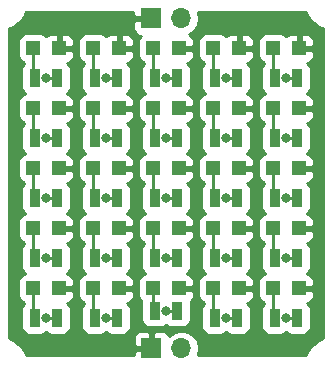
<source format=gbr>
G04 #@! TF.GenerationSoftware,KiCad,Pcbnew,(5.0.0-rc2-dev-352-g017154715)*
G04 #@! TF.CreationDate,2018-10-08T23:49:12-04:00*
G04 #@! TF.ProjectId,Backlight,4261636B6C696768742E6B696361645F,rev?*
G04 #@! TF.SameCoordinates,Original*
G04 #@! TF.FileFunction,Copper,L1,Top,Signal*
G04 #@! TF.FilePolarity,Positive*
%FSLAX46Y46*%
G04 Gerber Fmt 4.6, Leading zero omitted, Abs format (unit mm)*
G04 Created by KiCad (PCBNEW (5.0.0-rc2-dev-352-g017154715)) date 10/08/18 23:49:12*
%MOMM*%
%LPD*%
G01*
G04 APERTURE LIST*
%ADD10R,1.200000X1.200000*%
%ADD11R,1.700000X1.700000*%
%ADD12O,1.700000X1.700000*%
%ADD13R,0.970000X1.500000*%
%ADD14C,0.800000*%
%ADD15C,0.250000*%
%ADD16C,0.254000*%
G04 APERTURE END LIST*
D10*
X81110000Y-80010000D03*
X78910000Y-80010000D03*
X86190000Y-80010000D03*
X83990000Y-80010000D03*
X91270000Y-80010000D03*
X89070000Y-80010000D03*
X94150000Y-80010000D03*
X96350000Y-80010000D03*
X99230000Y-80010000D03*
X101430000Y-80010000D03*
X81110000Y-85090000D03*
X78910000Y-85090000D03*
X86190000Y-85090000D03*
X83990000Y-85090000D03*
X89070000Y-85090000D03*
X91270000Y-85090000D03*
X94150000Y-85090000D03*
X96350000Y-85090000D03*
X101430000Y-85090000D03*
X99230000Y-85090000D03*
X81110000Y-90170000D03*
X78910000Y-90170000D03*
X86190000Y-90170000D03*
X83990000Y-90170000D03*
X89070000Y-90170000D03*
X91270000Y-90170000D03*
X96350000Y-90170000D03*
X94150000Y-90170000D03*
X101430000Y-90170000D03*
X99230000Y-90170000D03*
X78910000Y-95250000D03*
X81110000Y-95250000D03*
X86190000Y-95250000D03*
X83990000Y-95250000D03*
X89070000Y-95250000D03*
X91270000Y-95250000D03*
X94150000Y-95250000D03*
X96350000Y-95250000D03*
X99230000Y-95250000D03*
X101430000Y-95250000D03*
X78910000Y-100330000D03*
X81110000Y-100330000D03*
X83990000Y-100330000D03*
X86190000Y-100330000D03*
X89070000Y-100330000D03*
X91270000Y-100330000D03*
X94150000Y-100330000D03*
X96350000Y-100330000D03*
X101430000Y-100330000D03*
X99230000Y-100330000D03*
D11*
X88900000Y-77470000D03*
D12*
X91440000Y-77470000D03*
X91472000Y-105410000D03*
D11*
X88932000Y-105410000D03*
D13*
X79055000Y-82550000D03*
X80965000Y-82550000D03*
X84135000Y-82550000D03*
X86045000Y-82550000D03*
X89215000Y-82550000D03*
X91125000Y-82550000D03*
X96205000Y-82550000D03*
X94295000Y-82550000D03*
X99375000Y-82550000D03*
X101285000Y-82550000D03*
X80965000Y-87630000D03*
X79055000Y-87630000D03*
X86045000Y-87630000D03*
X84135000Y-87630000D03*
X89215000Y-87630000D03*
X91125000Y-87630000D03*
X94295000Y-87630000D03*
X96205000Y-87630000D03*
X101285000Y-87630000D03*
X99375000Y-87630000D03*
X80965000Y-92710000D03*
X79055000Y-92710000D03*
X84135000Y-92710000D03*
X86045000Y-92710000D03*
X91125000Y-92710000D03*
X89215000Y-92710000D03*
X94295000Y-92710000D03*
X96205000Y-92710000D03*
X101285000Y-92710000D03*
X99375000Y-92710000D03*
X79055000Y-97790000D03*
X80965000Y-97790000D03*
X84135000Y-97790000D03*
X86045000Y-97790000D03*
X91125000Y-97790000D03*
X89215000Y-97790000D03*
X96205000Y-97790000D03*
X94295000Y-97790000D03*
X99375000Y-97790000D03*
X101285000Y-97790000D03*
X79055000Y-102870000D03*
X80965000Y-102870000D03*
X86045000Y-102870000D03*
X84135000Y-102870000D03*
X91125000Y-102235000D03*
X89215000Y-102235000D03*
X94295000Y-102870000D03*
X96205000Y-102870000D03*
X101285000Y-102870000D03*
X99375000Y-102870000D03*
D14*
X100330000Y-102870000D03*
X95250000Y-102870000D03*
X90170000Y-102235000D03*
X85090000Y-102870000D03*
X80010000Y-102870000D03*
X80010000Y-97790000D03*
X85090000Y-97790000D03*
X90170000Y-97790000D03*
X95250000Y-97790000D03*
X100330000Y-97790000D03*
X100330000Y-92710000D03*
X95250000Y-92710000D03*
X90170000Y-92710000D03*
X85090000Y-92710000D03*
X80010000Y-92710000D03*
X80010000Y-87630000D03*
X85090000Y-87630000D03*
X90170000Y-87630000D03*
X95250000Y-87630000D03*
X100330000Y-87630000D03*
X100330000Y-82550000D03*
X95250000Y-82550000D03*
X90170000Y-82550000D03*
X85090000Y-82550000D03*
X80010000Y-82550000D03*
D15*
X101280000Y-102870000D02*
X100330000Y-102870000D01*
X96200000Y-102870000D02*
X95250000Y-102870000D01*
X91120000Y-102235000D02*
X90170000Y-102235000D01*
X86040000Y-102870000D02*
X85090000Y-102870000D01*
X80960000Y-102870000D02*
X80010000Y-102870000D01*
X80960000Y-97790000D02*
X80010000Y-97790000D01*
X86040000Y-97790000D02*
X85090000Y-97790000D01*
X91120000Y-97790000D02*
X90170000Y-97790000D01*
X96200000Y-97790000D02*
X95250000Y-97790000D01*
X101280000Y-97790000D02*
X100330000Y-97790000D01*
X101280000Y-92710000D02*
X100330000Y-92710000D01*
X96200000Y-92710000D02*
X95250000Y-92710000D01*
X91120000Y-92710000D02*
X90170000Y-92710000D01*
X86040000Y-92710000D02*
X85090000Y-92710000D01*
X80960000Y-92710000D02*
X80010000Y-92710000D01*
X80960000Y-87630000D02*
X80010000Y-87630000D01*
X86040000Y-87630000D02*
X85090000Y-87630000D01*
X91120000Y-87630000D02*
X90170000Y-87630000D01*
X96200000Y-87630000D02*
X95250000Y-87630000D01*
X101280000Y-87630000D02*
X100330000Y-87630000D01*
X101280000Y-82550000D02*
X100330000Y-82550000D01*
X96200000Y-82550000D02*
X95250000Y-82550000D01*
X91120000Y-82550000D02*
X90170000Y-82550000D01*
X86040000Y-82550000D02*
X85090000Y-82550000D01*
X80960000Y-82550000D02*
X80010000Y-82550000D01*
X78910000Y-80010000D02*
X78910000Y-82400000D01*
X78910000Y-82400000D02*
X79060000Y-82550000D01*
X83990000Y-80010000D02*
X83990000Y-82400000D01*
X83990000Y-82400000D02*
X84140000Y-82550000D01*
X89070000Y-80010000D02*
X89070000Y-82400000D01*
X89070000Y-82400000D02*
X89220000Y-82550000D01*
X94150000Y-80010000D02*
X94150000Y-82400000D01*
X94150000Y-82400000D02*
X94300000Y-82550000D01*
X99230000Y-80010000D02*
X99230000Y-82400000D01*
X99230000Y-82400000D02*
X99380000Y-82550000D01*
X78910000Y-85090000D02*
X78910000Y-87480000D01*
X78910000Y-87480000D02*
X79060000Y-87630000D01*
X83990000Y-85090000D02*
X83990000Y-87480000D01*
X83990000Y-87480000D02*
X84140000Y-87630000D01*
X89070000Y-85090000D02*
X89070000Y-87480000D01*
X89070000Y-87480000D02*
X89220000Y-87630000D01*
X94150000Y-85090000D02*
X94150000Y-87480000D01*
X94150000Y-87480000D02*
X94300000Y-87630000D01*
X99230000Y-85090000D02*
X99230000Y-87480000D01*
X99230000Y-87480000D02*
X99380000Y-87630000D01*
X78910000Y-90170000D02*
X78910000Y-92560000D01*
X78910000Y-92560000D02*
X79060000Y-92710000D01*
X83990000Y-90170000D02*
X83990000Y-92560000D01*
X83990000Y-92560000D02*
X84140000Y-92710000D01*
X89070000Y-90170000D02*
X89070000Y-92560000D01*
X89070000Y-92560000D02*
X89220000Y-92710000D01*
X94150000Y-90170000D02*
X94150000Y-92560000D01*
X94150000Y-92560000D02*
X94300000Y-92710000D01*
X99230000Y-90170000D02*
X99230000Y-92560000D01*
X99230000Y-92560000D02*
X99380000Y-92710000D01*
X78910000Y-95250000D02*
X78910000Y-97640000D01*
X78910000Y-97640000D02*
X79060000Y-97790000D01*
X83990000Y-95250000D02*
X83990000Y-97640000D01*
X83990000Y-97640000D02*
X84140000Y-97790000D01*
X89070000Y-95250000D02*
X89070000Y-97640000D01*
X89070000Y-97640000D02*
X89220000Y-97790000D01*
X94150000Y-95250000D02*
X94150000Y-97640000D01*
X94150000Y-97640000D02*
X94300000Y-97790000D01*
X99230000Y-95250000D02*
X99230000Y-97640000D01*
X99230000Y-97640000D02*
X99380000Y-97790000D01*
X78910000Y-100330000D02*
X78910000Y-102720000D01*
X78910000Y-102720000D02*
X79060000Y-102870000D01*
X83990000Y-100330000D02*
X83990000Y-102720000D01*
X83990000Y-102720000D02*
X84140000Y-102870000D01*
X89070000Y-100330000D02*
X89070000Y-102720000D01*
X89070000Y-102720000D02*
X89220000Y-102870000D01*
X94150000Y-100330000D02*
X94150000Y-102720000D01*
X94150000Y-102720000D02*
X94300000Y-102870000D01*
X99230000Y-100330000D02*
X99230000Y-102720000D01*
X99230000Y-102720000D02*
X99380000Y-102870000D01*
D16*
G36*
X87415000Y-77184250D02*
X87573750Y-77343000D01*
X88773000Y-77343000D01*
X88773000Y-77323000D01*
X89027000Y-77323000D01*
X89027000Y-77343000D01*
X89047000Y-77343000D01*
X89047000Y-77597000D01*
X89027000Y-77597000D01*
X89027000Y-77617000D01*
X88773000Y-77617000D01*
X88773000Y-77597000D01*
X87573750Y-77597000D01*
X87415000Y-77755750D01*
X87415000Y-78446309D01*
X87511673Y-78679698D01*
X87690301Y-78858327D01*
X87923690Y-78955000D01*
X88010314Y-78955000D01*
X87871843Y-79162235D01*
X87822560Y-79410000D01*
X87822560Y-80610000D01*
X87871843Y-80857765D01*
X88012191Y-81067809D01*
X88222235Y-81208157D01*
X88310001Y-81225614D01*
X88310001Y-81316927D01*
X88272191Y-81342191D01*
X88131843Y-81552235D01*
X88082560Y-81800000D01*
X88082560Y-83300000D01*
X88131843Y-83547765D01*
X88272191Y-83757809D01*
X88415310Y-83853438D01*
X88222235Y-83891843D01*
X88012191Y-84032191D01*
X87871843Y-84242235D01*
X87822560Y-84490000D01*
X87822560Y-85690000D01*
X87871843Y-85937765D01*
X88012191Y-86147809D01*
X88222235Y-86288157D01*
X88310001Y-86305614D01*
X88310001Y-86396927D01*
X88272191Y-86422191D01*
X88131843Y-86632235D01*
X88082560Y-86880000D01*
X88082560Y-88380000D01*
X88131843Y-88627765D01*
X88272191Y-88837809D01*
X88415310Y-88933438D01*
X88222235Y-88971843D01*
X88012191Y-89112191D01*
X87871843Y-89322235D01*
X87822560Y-89570000D01*
X87822560Y-90770000D01*
X87871843Y-91017765D01*
X88012191Y-91227809D01*
X88222235Y-91368157D01*
X88310001Y-91385614D01*
X88310001Y-91476927D01*
X88272191Y-91502191D01*
X88131843Y-91712235D01*
X88082560Y-91960000D01*
X88082560Y-93460000D01*
X88131843Y-93707765D01*
X88272191Y-93917809D01*
X88415310Y-94013438D01*
X88222235Y-94051843D01*
X88012191Y-94192191D01*
X87871843Y-94402235D01*
X87822560Y-94650000D01*
X87822560Y-95850000D01*
X87871843Y-96097765D01*
X88012191Y-96307809D01*
X88222235Y-96448157D01*
X88310001Y-96465614D01*
X88310001Y-96556927D01*
X88272191Y-96582191D01*
X88131843Y-96792235D01*
X88082560Y-97040000D01*
X88082560Y-98540000D01*
X88131843Y-98787765D01*
X88272191Y-98997809D01*
X88415310Y-99093438D01*
X88222235Y-99131843D01*
X88012191Y-99272191D01*
X87871843Y-99482235D01*
X87822560Y-99730000D01*
X87822560Y-100930000D01*
X87871843Y-101177765D01*
X88012191Y-101387809D01*
X88091369Y-101440714D01*
X88082560Y-101485000D01*
X88082560Y-102985000D01*
X88131843Y-103232765D01*
X88272191Y-103442809D01*
X88482235Y-103583157D01*
X88730000Y-103632440D01*
X89157419Y-103632440D01*
X89219999Y-103644888D01*
X89282579Y-103632440D01*
X89700000Y-103632440D01*
X89947765Y-103583157D01*
X90157809Y-103442809D01*
X90170000Y-103424564D01*
X90182191Y-103442809D01*
X90392235Y-103583157D01*
X90640000Y-103632440D01*
X91610000Y-103632440D01*
X91857765Y-103583157D01*
X92067809Y-103442809D01*
X92208157Y-103232765D01*
X92257440Y-102985000D01*
X92257440Y-101485000D01*
X92250071Y-101447954D01*
X92408327Y-101289699D01*
X92505000Y-101056310D01*
X92505000Y-100615750D01*
X92346250Y-100457000D01*
X91397000Y-100457000D01*
X91397000Y-100477000D01*
X91143000Y-100477000D01*
X91143000Y-100457000D01*
X91123000Y-100457000D01*
X91123000Y-100203000D01*
X91143000Y-100203000D01*
X91143000Y-100183000D01*
X91397000Y-100183000D01*
X91397000Y-100203000D01*
X92346250Y-100203000D01*
X92505000Y-100044250D01*
X92505000Y-99603690D01*
X92408327Y-99370301D01*
X92229698Y-99191673D01*
X91996309Y-99095000D01*
X91922354Y-99095000D01*
X92067809Y-98997809D01*
X92208157Y-98787765D01*
X92257440Y-98540000D01*
X92257440Y-97040000D01*
X92208157Y-96792235D01*
X92067809Y-96582191D01*
X91922354Y-96485000D01*
X91996309Y-96485000D01*
X92229698Y-96388327D01*
X92408327Y-96209699D01*
X92505000Y-95976310D01*
X92505000Y-95535750D01*
X92346250Y-95377000D01*
X91397000Y-95377000D01*
X91397000Y-95397000D01*
X91143000Y-95397000D01*
X91143000Y-95377000D01*
X91123000Y-95377000D01*
X91123000Y-95123000D01*
X91143000Y-95123000D01*
X91143000Y-95103000D01*
X91397000Y-95103000D01*
X91397000Y-95123000D01*
X92346250Y-95123000D01*
X92505000Y-94964250D01*
X92505000Y-94523690D01*
X92408327Y-94290301D01*
X92229698Y-94111673D01*
X91996309Y-94015000D01*
X91922354Y-94015000D01*
X92067809Y-93917809D01*
X92208157Y-93707765D01*
X92257440Y-93460000D01*
X92257440Y-91960000D01*
X92208157Y-91712235D01*
X92067809Y-91502191D01*
X91922354Y-91405000D01*
X91996309Y-91405000D01*
X92229698Y-91308327D01*
X92408327Y-91129699D01*
X92505000Y-90896310D01*
X92505000Y-90455750D01*
X92346250Y-90297000D01*
X91397000Y-90297000D01*
X91397000Y-90317000D01*
X91143000Y-90317000D01*
X91143000Y-90297000D01*
X91123000Y-90297000D01*
X91123000Y-90043000D01*
X91143000Y-90043000D01*
X91143000Y-90023000D01*
X91397000Y-90023000D01*
X91397000Y-90043000D01*
X92346250Y-90043000D01*
X92505000Y-89884250D01*
X92505000Y-89443690D01*
X92408327Y-89210301D01*
X92229698Y-89031673D01*
X91996309Y-88935000D01*
X91922354Y-88935000D01*
X92067809Y-88837809D01*
X92208157Y-88627765D01*
X92257440Y-88380000D01*
X92257440Y-86880000D01*
X92208157Y-86632235D01*
X92067809Y-86422191D01*
X91922354Y-86325000D01*
X91996309Y-86325000D01*
X92229698Y-86228327D01*
X92408327Y-86049699D01*
X92505000Y-85816310D01*
X92505000Y-85375750D01*
X92346250Y-85217000D01*
X91397000Y-85217000D01*
X91397000Y-85237000D01*
X91143000Y-85237000D01*
X91143000Y-85217000D01*
X91123000Y-85217000D01*
X91123000Y-84963000D01*
X91143000Y-84963000D01*
X91143000Y-84943000D01*
X91397000Y-84943000D01*
X91397000Y-84963000D01*
X92346250Y-84963000D01*
X92505000Y-84804250D01*
X92505000Y-84363690D01*
X92408327Y-84130301D01*
X92229698Y-83951673D01*
X91996309Y-83855000D01*
X91922354Y-83855000D01*
X92067809Y-83757809D01*
X92208157Y-83547765D01*
X92257440Y-83300000D01*
X92257440Y-81800000D01*
X92208157Y-81552235D01*
X92067809Y-81342191D01*
X91922354Y-81245000D01*
X91996309Y-81245000D01*
X92229698Y-81148327D01*
X92408327Y-80969699D01*
X92505000Y-80736310D01*
X92505000Y-80295750D01*
X92346250Y-80137000D01*
X91397000Y-80137000D01*
X91397000Y-80157000D01*
X91143000Y-80157000D01*
X91143000Y-80137000D01*
X91123000Y-80137000D01*
X91123000Y-79883000D01*
X91143000Y-79883000D01*
X91143000Y-79863000D01*
X91397000Y-79863000D01*
X91397000Y-79883000D01*
X92346250Y-79883000D01*
X92505000Y-79724250D01*
X92505000Y-79410000D01*
X92902560Y-79410000D01*
X92902560Y-80610000D01*
X92951843Y-80857765D01*
X93092191Y-81067809D01*
X93302235Y-81208157D01*
X93390001Y-81225614D01*
X93390001Y-81316927D01*
X93352191Y-81342191D01*
X93211843Y-81552235D01*
X93162560Y-81800000D01*
X93162560Y-83300000D01*
X93211843Y-83547765D01*
X93352191Y-83757809D01*
X93495310Y-83853438D01*
X93302235Y-83891843D01*
X93092191Y-84032191D01*
X92951843Y-84242235D01*
X92902560Y-84490000D01*
X92902560Y-85690000D01*
X92951843Y-85937765D01*
X93092191Y-86147809D01*
X93302235Y-86288157D01*
X93390001Y-86305614D01*
X93390001Y-86396927D01*
X93352191Y-86422191D01*
X93211843Y-86632235D01*
X93162560Y-86880000D01*
X93162560Y-88380000D01*
X93211843Y-88627765D01*
X93352191Y-88837809D01*
X93495310Y-88933438D01*
X93302235Y-88971843D01*
X93092191Y-89112191D01*
X92951843Y-89322235D01*
X92902560Y-89570000D01*
X92902560Y-90770000D01*
X92951843Y-91017765D01*
X93092191Y-91227809D01*
X93302235Y-91368157D01*
X93390001Y-91385614D01*
X93390001Y-91476927D01*
X93352191Y-91502191D01*
X93211843Y-91712235D01*
X93162560Y-91960000D01*
X93162560Y-93460000D01*
X93211843Y-93707765D01*
X93352191Y-93917809D01*
X93495310Y-94013438D01*
X93302235Y-94051843D01*
X93092191Y-94192191D01*
X92951843Y-94402235D01*
X92902560Y-94650000D01*
X92902560Y-95850000D01*
X92951843Y-96097765D01*
X93092191Y-96307809D01*
X93302235Y-96448157D01*
X93390001Y-96465614D01*
X93390001Y-96556927D01*
X93352191Y-96582191D01*
X93211843Y-96792235D01*
X93162560Y-97040000D01*
X93162560Y-98540000D01*
X93211843Y-98787765D01*
X93352191Y-98997809D01*
X93495310Y-99093438D01*
X93302235Y-99131843D01*
X93092191Y-99272191D01*
X92951843Y-99482235D01*
X92902560Y-99730000D01*
X92902560Y-100930000D01*
X92951843Y-101177765D01*
X93092191Y-101387809D01*
X93302235Y-101528157D01*
X93390001Y-101545614D01*
X93390001Y-101636927D01*
X93352191Y-101662191D01*
X93211843Y-101872235D01*
X93162560Y-102120000D01*
X93162560Y-103620000D01*
X93211843Y-103867765D01*
X93352191Y-104077809D01*
X93562235Y-104218157D01*
X93810000Y-104267440D01*
X94780000Y-104267440D01*
X95027765Y-104218157D01*
X95237809Y-104077809D01*
X95250000Y-104059564D01*
X95262191Y-104077809D01*
X95472235Y-104218157D01*
X95720000Y-104267440D01*
X96690000Y-104267440D01*
X96937765Y-104218157D01*
X97147809Y-104077809D01*
X97288157Y-103867765D01*
X97337440Y-103620000D01*
X97337440Y-102120000D01*
X97288157Y-101872235D01*
X97147809Y-101662191D01*
X97002354Y-101565000D01*
X97076309Y-101565000D01*
X97309698Y-101468327D01*
X97488327Y-101289699D01*
X97585000Y-101056310D01*
X97585000Y-100615750D01*
X97426250Y-100457000D01*
X96477000Y-100457000D01*
X96477000Y-100477000D01*
X96223000Y-100477000D01*
X96223000Y-100457000D01*
X96203000Y-100457000D01*
X96203000Y-100203000D01*
X96223000Y-100203000D01*
X96223000Y-100183000D01*
X96477000Y-100183000D01*
X96477000Y-100203000D01*
X97426250Y-100203000D01*
X97585000Y-100044250D01*
X97585000Y-99603690D01*
X97488327Y-99370301D01*
X97309698Y-99191673D01*
X97076309Y-99095000D01*
X97002354Y-99095000D01*
X97147809Y-98997809D01*
X97288157Y-98787765D01*
X97337440Y-98540000D01*
X97337440Y-97040000D01*
X97288157Y-96792235D01*
X97147809Y-96582191D01*
X97002354Y-96485000D01*
X97076309Y-96485000D01*
X97309698Y-96388327D01*
X97488327Y-96209699D01*
X97585000Y-95976310D01*
X97585000Y-95535750D01*
X97426250Y-95377000D01*
X96477000Y-95377000D01*
X96477000Y-95397000D01*
X96223000Y-95397000D01*
X96223000Y-95377000D01*
X96203000Y-95377000D01*
X96203000Y-95123000D01*
X96223000Y-95123000D01*
X96223000Y-95103000D01*
X96477000Y-95103000D01*
X96477000Y-95123000D01*
X97426250Y-95123000D01*
X97585000Y-94964250D01*
X97585000Y-94523690D01*
X97488327Y-94290301D01*
X97309698Y-94111673D01*
X97076309Y-94015000D01*
X97002354Y-94015000D01*
X97147809Y-93917809D01*
X97288157Y-93707765D01*
X97337440Y-93460000D01*
X97337440Y-91960000D01*
X97288157Y-91712235D01*
X97147809Y-91502191D01*
X97002354Y-91405000D01*
X97076309Y-91405000D01*
X97309698Y-91308327D01*
X97488327Y-91129699D01*
X97585000Y-90896310D01*
X97585000Y-90455750D01*
X97426250Y-90297000D01*
X96477000Y-90297000D01*
X96477000Y-90317000D01*
X96223000Y-90317000D01*
X96223000Y-90297000D01*
X96203000Y-90297000D01*
X96203000Y-90043000D01*
X96223000Y-90043000D01*
X96223000Y-90023000D01*
X96477000Y-90023000D01*
X96477000Y-90043000D01*
X97426250Y-90043000D01*
X97585000Y-89884250D01*
X97585000Y-89443690D01*
X97488327Y-89210301D01*
X97309698Y-89031673D01*
X97076309Y-88935000D01*
X97002354Y-88935000D01*
X97147809Y-88837809D01*
X97288157Y-88627765D01*
X97337440Y-88380000D01*
X97337440Y-86880000D01*
X97288157Y-86632235D01*
X97147809Y-86422191D01*
X97002354Y-86325000D01*
X97076309Y-86325000D01*
X97309698Y-86228327D01*
X97488327Y-86049699D01*
X97585000Y-85816310D01*
X97585000Y-85375750D01*
X97426250Y-85217000D01*
X96477000Y-85217000D01*
X96477000Y-85237000D01*
X96223000Y-85237000D01*
X96223000Y-85217000D01*
X96203000Y-85217000D01*
X96203000Y-84963000D01*
X96223000Y-84963000D01*
X96223000Y-84943000D01*
X96477000Y-84943000D01*
X96477000Y-84963000D01*
X97426250Y-84963000D01*
X97585000Y-84804250D01*
X97585000Y-84363690D01*
X97488327Y-84130301D01*
X97309698Y-83951673D01*
X97076309Y-83855000D01*
X97002354Y-83855000D01*
X97147809Y-83757809D01*
X97288157Y-83547765D01*
X97337440Y-83300000D01*
X97337440Y-81800000D01*
X97288157Y-81552235D01*
X97147809Y-81342191D01*
X97002354Y-81245000D01*
X97076309Y-81245000D01*
X97309698Y-81148327D01*
X97488327Y-80969699D01*
X97585000Y-80736310D01*
X97585000Y-80295750D01*
X97426250Y-80137000D01*
X96477000Y-80137000D01*
X96477000Y-80157000D01*
X96223000Y-80157000D01*
X96223000Y-80137000D01*
X96203000Y-80137000D01*
X96203000Y-79883000D01*
X96223000Y-79883000D01*
X96223000Y-78933750D01*
X96477000Y-78933750D01*
X96477000Y-79883000D01*
X97426250Y-79883000D01*
X97585000Y-79724250D01*
X97585000Y-79410000D01*
X97982560Y-79410000D01*
X97982560Y-80610000D01*
X98031843Y-80857765D01*
X98172191Y-81067809D01*
X98382235Y-81208157D01*
X98470001Y-81225614D01*
X98470001Y-81316927D01*
X98432191Y-81342191D01*
X98291843Y-81552235D01*
X98242560Y-81800000D01*
X98242560Y-83300000D01*
X98291843Y-83547765D01*
X98432191Y-83757809D01*
X98575310Y-83853438D01*
X98382235Y-83891843D01*
X98172191Y-84032191D01*
X98031843Y-84242235D01*
X97982560Y-84490000D01*
X97982560Y-85690000D01*
X98031843Y-85937765D01*
X98172191Y-86147809D01*
X98382235Y-86288157D01*
X98470001Y-86305614D01*
X98470001Y-86396927D01*
X98432191Y-86422191D01*
X98291843Y-86632235D01*
X98242560Y-86880000D01*
X98242560Y-88380000D01*
X98291843Y-88627765D01*
X98432191Y-88837809D01*
X98575310Y-88933438D01*
X98382235Y-88971843D01*
X98172191Y-89112191D01*
X98031843Y-89322235D01*
X97982560Y-89570000D01*
X97982560Y-90770000D01*
X98031843Y-91017765D01*
X98172191Y-91227809D01*
X98382235Y-91368157D01*
X98470001Y-91385614D01*
X98470001Y-91476927D01*
X98432191Y-91502191D01*
X98291843Y-91712235D01*
X98242560Y-91960000D01*
X98242560Y-93460000D01*
X98291843Y-93707765D01*
X98432191Y-93917809D01*
X98575310Y-94013438D01*
X98382235Y-94051843D01*
X98172191Y-94192191D01*
X98031843Y-94402235D01*
X97982560Y-94650000D01*
X97982560Y-95850000D01*
X98031843Y-96097765D01*
X98172191Y-96307809D01*
X98382235Y-96448157D01*
X98470001Y-96465614D01*
X98470001Y-96556927D01*
X98432191Y-96582191D01*
X98291843Y-96792235D01*
X98242560Y-97040000D01*
X98242560Y-98540000D01*
X98291843Y-98787765D01*
X98432191Y-98997809D01*
X98575310Y-99093438D01*
X98382235Y-99131843D01*
X98172191Y-99272191D01*
X98031843Y-99482235D01*
X97982560Y-99730000D01*
X97982560Y-100930000D01*
X98031843Y-101177765D01*
X98172191Y-101387809D01*
X98382235Y-101528157D01*
X98470001Y-101545614D01*
X98470001Y-101636927D01*
X98432191Y-101662191D01*
X98291843Y-101872235D01*
X98242560Y-102120000D01*
X98242560Y-103620000D01*
X98291843Y-103867765D01*
X98432191Y-104077809D01*
X98642235Y-104218157D01*
X98890000Y-104267440D01*
X99860000Y-104267440D01*
X100107765Y-104218157D01*
X100317809Y-104077809D01*
X100330000Y-104059564D01*
X100342191Y-104077809D01*
X100552235Y-104218157D01*
X100800000Y-104267440D01*
X101770000Y-104267440D01*
X102017765Y-104218157D01*
X102227809Y-104077809D01*
X102368157Y-103867765D01*
X102417440Y-103620000D01*
X102417440Y-102120000D01*
X102368157Y-101872235D01*
X102227809Y-101662191D01*
X102082354Y-101565000D01*
X102156309Y-101565000D01*
X102389698Y-101468327D01*
X102568327Y-101289699D01*
X102665000Y-101056310D01*
X102665000Y-100615750D01*
X102506250Y-100457000D01*
X101557000Y-100457000D01*
X101557000Y-100477000D01*
X101303000Y-100477000D01*
X101303000Y-100457000D01*
X101283000Y-100457000D01*
X101283000Y-100203000D01*
X101303000Y-100203000D01*
X101303000Y-100183000D01*
X101557000Y-100183000D01*
X101557000Y-100203000D01*
X102506250Y-100203000D01*
X102665000Y-100044250D01*
X102665000Y-99603690D01*
X102568327Y-99370301D01*
X102389698Y-99191673D01*
X102156309Y-99095000D01*
X102082354Y-99095000D01*
X102227809Y-98997809D01*
X102368157Y-98787765D01*
X102417440Y-98540000D01*
X102417440Y-97040000D01*
X102368157Y-96792235D01*
X102227809Y-96582191D01*
X102082354Y-96485000D01*
X102156309Y-96485000D01*
X102389698Y-96388327D01*
X102568327Y-96209699D01*
X102665000Y-95976310D01*
X102665000Y-95535750D01*
X102506250Y-95377000D01*
X101557000Y-95377000D01*
X101557000Y-95397000D01*
X101303000Y-95397000D01*
X101303000Y-95377000D01*
X101283000Y-95377000D01*
X101283000Y-95123000D01*
X101303000Y-95123000D01*
X101303000Y-95103000D01*
X101557000Y-95103000D01*
X101557000Y-95123000D01*
X102506250Y-95123000D01*
X102665000Y-94964250D01*
X102665000Y-94523690D01*
X102568327Y-94290301D01*
X102389698Y-94111673D01*
X102156309Y-94015000D01*
X102082354Y-94015000D01*
X102227809Y-93917809D01*
X102368157Y-93707765D01*
X102417440Y-93460000D01*
X102417440Y-91960000D01*
X102368157Y-91712235D01*
X102227809Y-91502191D01*
X102082354Y-91405000D01*
X102156309Y-91405000D01*
X102389698Y-91308327D01*
X102568327Y-91129699D01*
X102665000Y-90896310D01*
X102665000Y-90455750D01*
X102506250Y-90297000D01*
X101557000Y-90297000D01*
X101557000Y-90317000D01*
X101303000Y-90317000D01*
X101303000Y-90297000D01*
X101283000Y-90297000D01*
X101283000Y-90043000D01*
X101303000Y-90043000D01*
X101303000Y-90023000D01*
X101557000Y-90023000D01*
X101557000Y-90043000D01*
X102506250Y-90043000D01*
X102665000Y-89884250D01*
X102665000Y-89443690D01*
X102568327Y-89210301D01*
X102389698Y-89031673D01*
X102156309Y-88935000D01*
X102082354Y-88935000D01*
X102227809Y-88837809D01*
X102368157Y-88627765D01*
X102417440Y-88380000D01*
X102417440Y-86880000D01*
X102368157Y-86632235D01*
X102227809Y-86422191D01*
X102082354Y-86325000D01*
X102156309Y-86325000D01*
X102389698Y-86228327D01*
X102568327Y-86049699D01*
X102665000Y-85816310D01*
X102665000Y-85375750D01*
X102506250Y-85217000D01*
X101557000Y-85217000D01*
X101557000Y-85237000D01*
X101303000Y-85237000D01*
X101303000Y-85217000D01*
X101283000Y-85217000D01*
X101283000Y-84963000D01*
X101303000Y-84963000D01*
X101303000Y-84943000D01*
X101557000Y-84943000D01*
X101557000Y-84963000D01*
X102506250Y-84963000D01*
X102665000Y-84804250D01*
X102665000Y-84363690D01*
X102568327Y-84130301D01*
X102389698Y-83951673D01*
X102156309Y-83855000D01*
X102082354Y-83855000D01*
X102227809Y-83757809D01*
X102368157Y-83547765D01*
X102417440Y-83300000D01*
X102417440Y-81800000D01*
X102368157Y-81552235D01*
X102227809Y-81342191D01*
X102082354Y-81245000D01*
X102156309Y-81245000D01*
X102389698Y-81148327D01*
X102568327Y-80969699D01*
X102665000Y-80736310D01*
X102665000Y-80295750D01*
X102506250Y-80137000D01*
X101557000Y-80137000D01*
X101557000Y-80157000D01*
X101303000Y-80157000D01*
X101303000Y-80137000D01*
X101283000Y-80137000D01*
X101283000Y-79883000D01*
X101303000Y-79883000D01*
X101303000Y-78933750D01*
X101557000Y-78933750D01*
X101557000Y-79883000D01*
X102506250Y-79883000D01*
X102665000Y-79724250D01*
X102665000Y-79283690D01*
X102568327Y-79050301D01*
X102389698Y-78871673D01*
X102156309Y-78775000D01*
X101715750Y-78775000D01*
X101557000Y-78933750D01*
X101303000Y-78933750D01*
X101144250Y-78775000D01*
X100703691Y-78775000D01*
X100470302Y-78871673D01*
X100328654Y-79013320D01*
X100287809Y-78952191D01*
X100077765Y-78811843D01*
X99830000Y-78762560D01*
X98630000Y-78762560D01*
X98382235Y-78811843D01*
X98172191Y-78952191D01*
X98031843Y-79162235D01*
X97982560Y-79410000D01*
X97585000Y-79410000D01*
X97585000Y-79283690D01*
X97488327Y-79050301D01*
X97309698Y-78871673D01*
X97076309Y-78775000D01*
X96635750Y-78775000D01*
X96477000Y-78933750D01*
X96223000Y-78933750D01*
X96064250Y-78775000D01*
X95623691Y-78775000D01*
X95390302Y-78871673D01*
X95248654Y-79013320D01*
X95207809Y-78952191D01*
X94997765Y-78811843D01*
X94750000Y-78762560D01*
X93550000Y-78762560D01*
X93302235Y-78811843D01*
X93092191Y-78952191D01*
X92951843Y-79162235D01*
X92902560Y-79410000D01*
X92505000Y-79410000D01*
X92505000Y-79283690D01*
X92408327Y-79050301D01*
X92229698Y-78871673D01*
X92097270Y-78816820D01*
X92510625Y-78540625D01*
X92838839Y-78049418D01*
X92954092Y-77470000D01*
X92842701Y-76910000D01*
X102033319Y-76910000D01*
X102035651Y-76921723D01*
X102035651Y-76921724D01*
X102141664Y-77177664D01*
X102472025Y-77672086D01*
X102662454Y-77862514D01*
X102667915Y-77867975D01*
X103162336Y-78198336D01*
X103312263Y-78260437D01*
X103418276Y-78304349D01*
X103430000Y-78306681D01*
X103430001Y-104573319D01*
X103418276Y-104575651D01*
X103312263Y-104619563D01*
X103162336Y-104681664D01*
X102667915Y-105012025D01*
X102667914Y-105012026D01*
X102472025Y-105207914D01*
X102141664Y-105702336D01*
X102123436Y-105746343D01*
X102035651Y-105958275D01*
X102033319Y-105970000D01*
X92874701Y-105970000D01*
X92986092Y-105410000D01*
X92870839Y-104830582D01*
X92542625Y-104339375D01*
X92051418Y-104011161D01*
X91618256Y-103925000D01*
X91325744Y-103925000D01*
X90892582Y-104011161D01*
X90401375Y-104339375D01*
X90386904Y-104361033D01*
X90320327Y-104200302D01*
X90141699Y-104021673D01*
X89908310Y-103925000D01*
X89217750Y-103925000D01*
X89059000Y-104083750D01*
X89059000Y-105283000D01*
X89079000Y-105283000D01*
X89079000Y-105537000D01*
X89059000Y-105537000D01*
X89059000Y-105557000D01*
X88805000Y-105557000D01*
X88805000Y-105537000D01*
X87605750Y-105537000D01*
X87447000Y-105695750D01*
X87447000Y-105970000D01*
X78306681Y-105970000D01*
X78304349Y-105958276D01*
X78216564Y-105746343D01*
X78198336Y-105702336D01*
X77867975Y-105207915D01*
X77784310Y-105124250D01*
X77672086Y-105012025D01*
X77177664Y-104681664D01*
X77027738Y-104619563D01*
X76921725Y-104575651D01*
X76910000Y-104573319D01*
X76910000Y-104433691D01*
X87447000Y-104433691D01*
X87447000Y-105124250D01*
X87605750Y-105283000D01*
X88805000Y-105283000D01*
X88805000Y-104083750D01*
X88646250Y-103925000D01*
X87955690Y-103925000D01*
X87722301Y-104021673D01*
X87543673Y-104200302D01*
X87447000Y-104433691D01*
X76910000Y-104433691D01*
X76910000Y-79410000D01*
X77662560Y-79410000D01*
X77662560Y-80610000D01*
X77711843Y-80857765D01*
X77852191Y-81067809D01*
X78062235Y-81208157D01*
X78150001Y-81225614D01*
X78150001Y-81316927D01*
X78112191Y-81342191D01*
X77971843Y-81552235D01*
X77922560Y-81800000D01*
X77922560Y-83300000D01*
X77971843Y-83547765D01*
X78112191Y-83757809D01*
X78255310Y-83853438D01*
X78062235Y-83891843D01*
X77852191Y-84032191D01*
X77711843Y-84242235D01*
X77662560Y-84490000D01*
X77662560Y-85690000D01*
X77711843Y-85937765D01*
X77852191Y-86147809D01*
X78062235Y-86288157D01*
X78150001Y-86305614D01*
X78150001Y-86396927D01*
X78112191Y-86422191D01*
X77971843Y-86632235D01*
X77922560Y-86880000D01*
X77922560Y-88380000D01*
X77971843Y-88627765D01*
X78112191Y-88837809D01*
X78255310Y-88933438D01*
X78062235Y-88971843D01*
X77852191Y-89112191D01*
X77711843Y-89322235D01*
X77662560Y-89570000D01*
X77662560Y-90770000D01*
X77711843Y-91017765D01*
X77852191Y-91227809D01*
X78062235Y-91368157D01*
X78150001Y-91385614D01*
X78150001Y-91476927D01*
X78112191Y-91502191D01*
X77971843Y-91712235D01*
X77922560Y-91960000D01*
X77922560Y-93460000D01*
X77971843Y-93707765D01*
X78112191Y-93917809D01*
X78255310Y-94013438D01*
X78062235Y-94051843D01*
X77852191Y-94192191D01*
X77711843Y-94402235D01*
X77662560Y-94650000D01*
X77662560Y-95850000D01*
X77711843Y-96097765D01*
X77852191Y-96307809D01*
X78062235Y-96448157D01*
X78150001Y-96465614D01*
X78150001Y-96556927D01*
X78112191Y-96582191D01*
X77971843Y-96792235D01*
X77922560Y-97040000D01*
X77922560Y-98540000D01*
X77971843Y-98787765D01*
X78112191Y-98997809D01*
X78255310Y-99093438D01*
X78062235Y-99131843D01*
X77852191Y-99272191D01*
X77711843Y-99482235D01*
X77662560Y-99730000D01*
X77662560Y-100930000D01*
X77711843Y-101177765D01*
X77852191Y-101387809D01*
X78062235Y-101528157D01*
X78150001Y-101545614D01*
X78150001Y-101636927D01*
X78112191Y-101662191D01*
X77971843Y-101872235D01*
X77922560Y-102120000D01*
X77922560Y-103620000D01*
X77971843Y-103867765D01*
X78112191Y-104077809D01*
X78322235Y-104218157D01*
X78570000Y-104267440D01*
X79540000Y-104267440D01*
X79787765Y-104218157D01*
X79997809Y-104077809D01*
X80010000Y-104059564D01*
X80022191Y-104077809D01*
X80232235Y-104218157D01*
X80480000Y-104267440D01*
X81450000Y-104267440D01*
X81697765Y-104218157D01*
X81907809Y-104077809D01*
X82048157Y-103867765D01*
X82097440Y-103620000D01*
X82097440Y-102120000D01*
X82048157Y-101872235D01*
X81907809Y-101662191D01*
X81762354Y-101565000D01*
X81836309Y-101565000D01*
X82069698Y-101468327D01*
X82248327Y-101289699D01*
X82345000Y-101056310D01*
X82345000Y-100615750D01*
X82186250Y-100457000D01*
X81237000Y-100457000D01*
X81237000Y-100477000D01*
X80983000Y-100477000D01*
X80983000Y-100457000D01*
X80963000Y-100457000D01*
X80963000Y-100203000D01*
X80983000Y-100203000D01*
X80983000Y-100183000D01*
X81237000Y-100183000D01*
X81237000Y-100203000D01*
X82186250Y-100203000D01*
X82345000Y-100044250D01*
X82345000Y-99603690D01*
X82248327Y-99370301D01*
X82069698Y-99191673D01*
X81836309Y-99095000D01*
X81762354Y-99095000D01*
X81907809Y-98997809D01*
X82048157Y-98787765D01*
X82097440Y-98540000D01*
X82097440Y-97040000D01*
X82048157Y-96792235D01*
X81907809Y-96582191D01*
X81762354Y-96485000D01*
X81836309Y-96485000D01*
X82069698Y-96388327D01*
X82248327Y-96209699D01*
X82345000Y-95976310D01*
X82345000Y-95535750D01*
X82186250Y-95377000D01*
X81237000Y-95377000D01*
X81237000Y-95397000D01*
X80983000Y-95397000D01*
X80983000Y-95377000D01*
X80963000Y-95377000D01*
X80963000Y-95123000D01*
X80983000Y-95123000D01*
X80983000Y-95103000D01*
X81237000Y-95103000D01*
X81237000Y-95123000D01*
X82186250Y-95123000D01*
X82345000Y-94964250D01*
X82345000Y-94523690D01*
X82248327Y-94290301D01*
X82069698Y-94111673D01*
X81836309Y-94015000D01*
X81762354Y-94015000D01*
X81907809Y-93917809D01*
X82048157Y-93707765D01*
X82097440Y-93460000D01*
X82097440Y-91960000D01*
X82048157Y-91712235D01*
X81907809Y-91502191D01*
X81762354Y-91405000D01*
X81836309Y-91405000D01*
X82069698Y-91308327D01*
X82248327Y-91129699D01*
X82345000Y-90896310D01*
X82345000Y-90455750D01*
X82186250Y-90297000D01*
X81237000Y-90297000D01*
X81237000Y-90317000D01*
X80983000Y-90317000D01*
X80983000Y-90297000D01*
X80963000Y-90297000D01*
X80963000Y-90043000D01*
X80983000Y-90043000D01*
X80983000Y-90023000D01*
X81237000Y-90023000D01*
X81237000Y-90043000D01*
X82186250Y-90043000D01*
X82345000Y-89884250D01*
X82345000Y-89443690D01*
X82248327Y-89210301D01*
X82069698Y-89031673D01*
X81836309Y-88935000D01*
X81762354Y-88935000D01*
X81907809Y-88837809D01*
X82048157Y-88627765D01*
X82097440Y-88380000D01*
X82097440Y-86880000D01*
X82048157Y-86632235D01*
X81907809Y-86422191D01*
X81762354Y-86325000D01*
X81836309Y-86325000D01*
X82069698Y-86228327D01*
X82248327Y-86049699D01*
X82345000Y-85816310D01*
X82345000Y-85375750D01*
X82186250Y-85217000D01*
X81237000Y-85217000D01*
X81237000Y-85237000D01*
X80983000Y-85237000D01*
X80983000Y-85217000D01*
X80963000Y-85217000D01*
X80963000Y-84963000D01*
X80983000Y-84963000D01*
X80983000Y-84943000D01*
X81237000Y-84943000D01*
X81237000Y-84963000D01*
X82186250Y-84963000D01*
X82345000Y-84804250D01*
X82345000Y-84363690D01*
X82248327Y-84130301D01*
X82069698Y-83951673D01*
X81836309Y-83855000D01*
X81762354Y-83855000D01*
X81907809Y-83757809D01*
X82048157Y-83547765D01*
X82097440Y-83300000D01*
X82097440Y-81800000D01*
X82048157Y-81552235D01*
X81907809Y-81342191D01*
X81762354Y-81245000D01*
X81836309Y-81245000D01*
X82069698Y-81148327D01*
X82248327Y-80969699D01*
X82345000Y-80736310D01*
X82345000Y-80295750D01*
X82186250Y-80137000D01*
X81237000Y-80137000D01*
X81237000Y-80157000D01*
X80983000Y-80157000D01*
X80983000Y-80137000D01*
X80963000Y-80137000D01*
X80963000Y-79883000D01*
X80983000Y-79883000D01*
X80983000Y-78933750D01*
X81237000Y-78933750D01*
X81237000Y-79883000D01*
X82186250Y-79883000D01*
X82345000Y-79724250D01*
X82345000Y-79410000D01*
X82742560Y-79410000D01*
X82742560Y-80610000D01*
X82791843Y-80857765D01*
X82932191Y-81067809D01*
X83142235Y-81208157D01*
X83230001Y-81225614D01*
X83230001Y-81316927D01*
X83192191Y-81342191D01*
X83051843Y-81552235D01*
X83002560Y-81800000D01*
X83002560Y-83300000D01*
X83051843Y-83547765D01*
X83192191Y-83757809D01*
X83335310Y-83853438D01*
X83142235Y-83891843D01*
X82932191Y-84032191D01*
X82791843Y-84242235D01*
X82742560Y-84490000D01*
X82742560Y-85690000D01*
X82791843Y-85937765D01*
X82932191Y-86147809D01*
X83142235Y-86288157D01*
X83230001Y-86305614D01*
X83230001Y-86396927D01*
X83192191Y-86422191D01*
X83051843Y-86632235D01*
X83002560Y-86880000D01*
X83002560Y-88380000D01*
X83051843Y-88627765D01*
X83192191Y-88837809D01*
X83335310Y-88933438D01*
X83142235Y-88971843D01*
X82932191Y-89112191D01*
X82791843Y-89322235D01*
X82742560Y-89570000D01*
X82742560Y-90770000D01*
X82791843Y-91017765D01*
X82932191Y-91227809D01*
X83142235Y-91368157D01*
X83230001Y-91385614D01*
X83230001Y-91476927D01*
X83192191Y-91502191D01*
X83051843Y-91712235D01*
X83002560Y-91960000D01*
X83002560Y-93460000D01*
X83051843Y-93707765D01*
X83192191Y-93917809D01*
X83335310Y-94013438D01*
X83142235Y-94051843D01*
X82932191Y-94192191D01*
X82791843Y-94402235D01*
X82742560Y-94650000D01*
X82742560Y-95850000D01*
X82791843Y-96097765D01*
X82932191Y-96307809D01*
X83142235Y-96448157D01*
X83230001Y-96465614D01*
X83230001Y-96556927D01*
X83192191Y-96582191D01*
X83051843Y-96792235D01*
X83002560Y-97040000D01*
X83002560Y-98540000D01*
X83051843Y-98787765D01*
X83192191Y-98997809D01*
X83335310Y-99093438D01*
X83142235Y-99131843D01*
X82932191Y-99272191D01*
X82791843Y-99482235D01*
X82742560Y-99730000D01*
X82742560Y-100930000D01*
X82791843Y-101177765D01*
X82932191Y-101387809D01*
X83142235Y-101528157D01*
X83230001Y-101545614D01*
X83230001Y-101636927D01*
X83192191Y-101662191D01*
X83051843Y-101872235D01*
X83002560Y-102120000D01*
X83002560Y-103620000D01*
X83051843Y-103867765D01*
X83192191Y-104077809D01*
X83402235Y-104218157D01*
X83650000Y-104267440D01*
X84620000Y-104267440D01*
X84867765Y-104218157D01*
X85077809Y-104077809D01*
X85090000Y-104059564D01*
X85102191Y-104077809D01*
X85312235Y-104218157D01*
X85560000Y-104267440D01*
X86530000Y-104267440D01*
X86777765Y-104218157D01*
X86987809Y-104077809D01*
X87128157Y-103867765D01*
X87177440Y-103620000D01*
X87177440Y-102120000D01*
X87128157Y-101872235D01*
X86987809Y-101662191D01*
X86842354Y-101565000D01*
X86916309Y-101565000D01*
X87149698Y-101468327D01*
X87328327Y-101289699D01*
X87425000Y-101056310D01*
X87425000Y-100615750D01*
X87266250Y-100457000D01*
X86317000Y-100457000D01*
X86317000Y-100477000D01*
X86063000Y-100477000D01*
X86063000Y-100457000D01*
X86043000Y-100457000D01*
X86043000Y-100203000D01*
X86063000Y-100203000D01*
X86063000Y-100183000D01*
X86317000Y-100183000D01*
X86317000Y-100203000D01*
X87266250Y-100203000D01*
X87425000Y-100044250D01*
X87425000Y-99603690D01*
X87328327Y-99370301D01*
X87149698Y-99191673D01*
X86916309Y-99095000D01*
X86842354Y-99095000D01*
X86987809Y-98997809D01*
X87128157Y-98787765D01*
X87177440Y-98540000D01*
X87177440Y-97040000D01*
X87128157Y-96792235D01*
X86987809Y-96582191D01*
X86842354Y-96485000D01*
X86916309Y-96485000D01*
X87149698Y-96388327D01*
X87328327Y-96209699D01*
X87425000Y-95976310D01*
X87425000Y-95535750D01*
X87266250Y-95377000D01*
X86317000Y-95377000D01*
X86317000Y-95397000D01*
X86063000Y-95397000D01*
X86063000Y-95377000D01*
X86043000Y-95377000D01*
X86043000Y-95123000D01*
X86063000Y-95123000D01*
X86063000Y-95103000D01*
X86317000Y-95103000D01*
X86317000Y-95123000D01*
X87266250Y-95123000D01*
X87425000Y-94964250D01*
X87425000Y-94523690D01*
X87328327Y-94290301D01*
X87149698Y-94111673D01*
X86916309Y-94015000D01*
X86842354Y-94015000D01*
X86987809Y-93917809D01*
X87128157Y-93707765D01*
X87177440Y-93460000D01*
X87177440Y-91960000D01*
X87128157Y-91712235D01*
X86987809Y-91502191D01*
X86842354Y-91405000D01*
X86916309Y-91405000D01*
X87149698Y-91308327D01*
X87328327Y-91129699D01*
X87425000Y-90896310D01*
X87425000Y-90455750D01*
X87266250Y-90297000D01*
X86317000Y-90297000D01*
X86317000Y-90317000D01*
X86063000Y-90317000D01*
X86063000Y-90297000D01*
X86043000Y-90297000D01*
X86043000Y-90043000D01*
X86063000Y-90043000D01*
X86063000Y-90023000D01*
X86317000Y-90023000D01*
X86317000Y-90043000D01*
X87266250Y-90043000D01*
X87425000Y-89884250D01*
X87425000Y-89443690D01*
X87328327Y-89210301D01*
X87149698Y-89031673D01*
X86916309Y-88935000D01*
X86842354Y-88935000D01*
X86987809Y-88837809D01*
X87128157Y-88627765D01*
X87177440Y-88380000D01*
X87177440Y-86880000D01*
X87128157Y-86632235D01*
X86987809Y-86422191D01*
X86842354Y-86325000D01*
X86916309Y-86325000D01*
X87149698Y-86228327D01*
X87328327Y-86049699D01*
X87425000Y-85816310D01*
X87425000Y-85375750D01*
X87266250Y-85217000D01*
X86317000Y-85217000D01*
X86317000Y-85237000D01*
X86063000Y-85237000D01*
X86063000Y-85217000D01*
X86043000Y-85217000D01*
X86043000Y-84963000D01*
X86063000Y-84963000D01*
X86063000Y-84943000D01*
X86317000Y-84943000D01*
X86317000Y-84963000D01*
X87266250Y-84963000D01*
X87425000Y-84804250D01*
X87425000Y-84363690D01*
X87328327Y-84130301D01*
X87149698Y-83951673D01*
X86916309Y-83855000D01*
X86842354Y-83855000D01*
X86987809Y-83757809D01*
X87128157Y-83547765D01*
X87177440Y-83300000D01*
X87177440Y-81800000D01*
X87128157Y-81552235D01*
X86987809Y-81342191D01*
X86842354Y-81245000D01*
X86916309Y-81245000D01*
X87149698Y-81148327D01*
X87328327Y-80969699D01*
X87425000Y-80736310D01*
X87425000Y-80295750D01*
X87266250Y-80137000D01*
X86317000Y-80137000D01*
X86317000Y-80157000D01*
X86063000Y-80157000D01*
X86063000Y-80137000D01*
X86043000Y-80137000D01*
X86043000Y-79883000D01*
X86063000Y-79883000D01*
X86063000Y-78933750D01*
X86317000Y-78933750D01*
X86317000Y-79883000D01*
X87266250Y-79883000D01*
X87425000Y-79724250D01*
X87425000Y-79283690D01*
X87328327Y-79050301D01*
X87149698Y-78871673D01*
X86916309Y-78775000D01*
X86475750Y-78775000D01*
X86317000Y-78933750D01*
X86063000Y-78933750D01*
X85904250Y-78775000D01*
X85463691Y-78775000D01*
X85230302Y-78871673D01*
X85088654Y-79013320D01*
X85047809Y-78952191D01*
X84837765Y-78811843D01*
X84590000Y-78762560D01*
X83390000Y-78762560D01*
X83142235Y-78811843D01*
X82932191Y-78952191D01*
X82791843Y-79162235D01*
X82742560Y-79410000D01*
X82345000Y-79410000D01*
X82345000Y-79283690D01*
X82248327Y-79050301D01*
X82069698Y-78871673D01*
X81836309Y-78775000D01*
X81395750Y-78775000D01*
X81237000Y-78933750D01*
X80983000Y-78933750D01*
X80824250Y-78775000D01*
X80383691Y-78775000D01*
X80150302Y-78871673D01*
X80008654Y-79013320D01*
X79967809Y-78952191D01*
X79757765Y-78811843D01*
X79510000Y-78762560D01*
X78310000Y-78762560D01*
X78062235Y-78811843D01*
X77852191Y-78952191D01*
X77711843Y-79162235D01*
X77662560Y-79410000D01*
X76910000Y-79410000D01*
X76910000Y-78306681D01*
X76921725Y-78304349D01*
X77027738Y-78260437D01*
X77177664Y-78198336D01*
X77672086Y-77867975D01*
X77867974Y-77672086D01*
X77867975Y-77672085D01*
X78198336Y-77177664D01*
X78271888Y-77000091D01*
X78304349Y-76921724D01*
X78306681Y-76910000D01*
X87415000Y-76910000D01*
X87415000Y-77184250D01*
X87415000Y-77184250D01*
G37*
X87415000Y-77184250D02*
X87573750Y-77343000D01*
X88773000Y-77343000D01*
X88773000Y-77323000D01*
X89027000Y-77323000D01*
X89027000Y-77343000D01*
X89047000Y-77343000D01*
X89047000Y-77597000D01*
X89027000Y-77597000D01*
X89027000Y-77617000D01*
X88773000Y-77617000D01*
X88773000Y-77597000D01*
X87573750Y-77597000D01*
X87415000Y-77755750D01*
X87415000Y-78446309D01*
X87511673Y-78679698D01*
X87690301Y-78858327D01*
X87923690Y-78955000D01*
X88010314Y-78955000D01*
X87871843Y-79162235D01*
X87822560Y-79410000D01*
X87822560Y-80610000D01*
X87871843Y-80857765D01*
X88012191Y-81067809D01*
X88222235Y-81208157D01*
X88310001Y-81225614D01*
X88310001Y-81316927D01*
X88272191Y-81342191D01*
X88131843Y-81552235D01*
X88082560Y-81800000D01*
X88082560Y-83300000D01*
X88131843Y-83547765D01*
X88272191Y-83757809D01*
X88415310Y-83853438D01*
X88222235Y-83891843D01*
X88012191Y-84032191D01*
X87871843Y-84242235D01*
X87822560Y-84490000D01*
X87822560Y-85690000D01*
X87871843Y-85937765D01*
X88012191Y-86147809D01*
X88222235Y-86288157D01*
X88310001Y-86305614D01*
X88310001Y-86396927D01*
X88272191Y-86422191D01*
X88131843Y-86632235D01*
X88082560Y-86880000D01*
X88082560Y-88380000D01*
X88131843Y-88627765D01*
X88272191Y-88837809D01*
X88415310Y-88933438D01*
X88222235Y-88971843D01*
X88012191Y-89112191D01*
X87871843Y-89322235D01*
X87822560Y-89570000D01*
X87822560Y-90770000D01*
X87871843Y-91017765D01*
X88012191Y-91227809D01*
X88222235Y-91368157D01*
X88310001Y-91385614D01*
X88310001Y-91476927D01*
X88272191Y-91502191D01*
X88131843Y-91712235D01*
X88082560Y-91960000D01*
X88082560Y-93460000D01*
X88131843Y-93707765D01*
X88272191Y-93917809D01*
X88415310Y-94013438D01*
X88222235Y-94051843D01*
X88012191Y-94192191D01*
X87871843Y-94402235D01*
X87822560Y-94650000D01*
X87822560Y-95850000D01*
X87871843Y-96097765D01*
X88012191Y-96307809D01*
X88222235Y-96448157D01*
X88310001Y-96465614D01*
X88310001Y-96556927D01*
X88272191Y-96582191D01*
X88131843Y-96792235D01*
X88082560Y-97040000D01*
X88082560Y-98540000D01*
X88131843Y-98787765D01*
X88272191Y-98997809D01*
X88415310Y-99093438D01*
X88222235Y-99131843D01*
X88012191Y-99272191D01*
X87871843Y-99482235D01*
X87822560Y-99730000D01*
X87822560Y-100930000D01*
X87871843Y-101177765D01*
X88012191Y-101387809D01*
X88091369Y-101440714D01*
X88082560Y-101485000D01*
X88082560Y-102985000D01*
X88131843Y-103232765D01*
X88272191Y-103442809D01*
X88482235Y-103583157D01*
X88730000Y-103632440D01*
X89157419Y-103632440D01*
X89219999Y-103644888D01*
X89282579Y-103632440D01*
X89700000Y-103632440D01*
X89947765Y-103583157D01*
X90157809Y-103442809D01*
X90170000Y-103424564D01*
X90182191Y-103442809D01*
X90392235Y-103583157D01*
X90640000Y-103632440D01*
X91610000Y-103632440D01*
X91857765Y-103583157D01*
X92067809Y-103442809D01*
X92208157Y-103232765D01*
X92257440Y-102985000D01*
X92257440Y-101485000D01*
X92250071Y-101447954D01*
X92408327Y-101289699D01*
X92505000Y-101056310D01*
X92505000Y-100615750D01*
X92346250Y-100457000D01*
X91397000Y-100457000D01*
X91397000Y-100477000D01*
X91143000Y-100477000D01*
X91143000Y-100457000D01*
X91123000Y-100457000D01*
X91123000Y-100203000D01*
X91143000Y-100203000D01*
X91143000Y-100183000D01*
X91397000Y-100183000D01*
X91397000Y-100203000D01*
X92346250Y-100203000D01*
X92505000Y-100044250D01*
X92505000Y-99603690D01*
X92408327Y-99370301D01*
X92229698Y-99191673D01*
X91996309Y-99095000D01*
X91922354Y-99095000D01*
X92067809Y-98997809D01*
X92208157Y-98787765D01*
X92257440Y-98540000D01*
X92257440Y-97040000D01*
X92208157Y-96792235D01*
X92067809Y-96582191D01*
X91922354Y-96485000D01*
X91996309Y-96485000D01*
X92229698Y-96388327D01*
X92408327Y-96209699D01*
X92505000Y-95976310D01*
X92505000Y-95535750D01*
X92346250Y-95377000D01*
X91397000Y-95377000D01*
X91397000Y-95397000D01*
X91143000Y-95397000D01*
X91143000Y-95377000D01*
X91123000Y-95377000D01*
X91123000Y-95123000D01*
X91143000Y-95123000D01*
X91143000Y-95103000D01*
X91397000Y-95103000D01*
X91397000Y-95123000D01*
X92346250Y-95123000D01*
X92505000Y-94964250D01*
X92505000Y-94523690D01*
X92408327Y-94290301D01*
X92229698Y-94111673D01*
X91996309Y-94015000D01*
X91922354Y-94015000D01*
X92067809Y-93917809D01*
X92208157Y-93707765D01*
X92257440Y-93460000D01*
X92257440Y-91960000D01*
X92208157Y-91712235D01*
X92067809Y-91502191D01*
X91922354Y-91405000D01*
X91996309Y-91405000D01*
X92229698Y-91308327D01*
X92408327Y-91129699D01*
X92505000Y-90896310D01*
X92505000Y-90455750D01*
X92346250Y-90297000D01*
X91397000Y-90297000D01*
X91397000Y-90317000D01*
X91143000Y-90317000D01*
X91143000Y-90297000D01*
X91123000Y-90297000D01*
X91123000Y-90043000D01*
X91143000Y-90043000D01*
X91143000Y-90023000D01*
X91397000Y-90023000D01*
X91397000Y-90043000D01*
X92346250Y-90043000D01*
X92505000Y-89884250D01*
X92505000Y-89443690D01*
X92408327Y-89210301D01*
X92229698Y-89031673D01*
X91996309Y-88935000D01*
X91922354Y-88935000D01*
X92067809Y-88837809D01*
X92208157Y-88627765D01*
X92257440Y-88380000D01*
X92257440Y-86880000D01*
X92208157Y-86632235D01*
X92067809Y-86422191D01*
X91922354Y-86325000D01*
X91996309Y-86325000D01*
X92229698Y-86228327D01*
X92408327Y-86049699D01*
X92505000Y-85816310D01*
X92505000Y-85375750D01*
X92346250Y-85217000D01*
X91397000Y-85217000D01*
X91397000Y-85237000D01*
X91143000Y-85237000D01*
X91143000Y-85217000D01*
X91123000Y-85217000D01*
X91123000Y-84963000D01*
X91143000Y-84963000D01*
X91143000Y-84943000D01*
X91397000Y-84943000D01*
X91397000Y-84963000D01*
X92346250Y-84963000D01*
X92505000Y-84804250D01*
X92505000Y-84363690D01*
X92408327Y-84130301D01*
X92229698Y-83951673D01*
X91996309Y-83855000D01*
X91922354Y-83855000D01*
X92067809Y-83757809D01*
X92208157Y-83547765D01*
X92257440Y-83300000D01*
X92257440Y-81800000D01*
X92208157Y-81552235D01*
X92067809Y-81342191D01*
X91922354Y-81245000D01*
X91996309Y-81245000D01*
X92229698Y-81148327D01*
X92408327Y-80969699D01*
X92505000Y-80736310D01*
X92505000Y-80295750D01*
X92346250Y-80137000D01*
X91397000Y-80137000D01*
X91397000Y-80157000D01*
X91143000Y-80157000D01*
X91143000Y-80137000D01*
X91123000Y-80137000D01*
X91123000Y-79883000D01*
X91143000Y-79883000D01*
X91143000Y-79863000D01*
X91397000Y-79863000D01*
X91397000Y-79883000D01*
X92346250Y-79883000D01*
X92505000Y-79724250D01*
X92505000Y-79410000D01*
X92902560Y-79410000D01*
X92902560Y-80610000D01*
X92951843Y-80857765D01*
X93092191Y-81067809D01*
X93302235Y-81208157D01*
X93390001Y-81225614D01*
X93390001Y-81316927D01*
X93352191Y-81342191D01*
X93211843Y-81552235D01*
X93162560Y-81800000D01*
X93162560Y-83300000D01*
X93211843Y-83547765D01*
X93352191Y-83757809D01*
X93495310Y-83853438D01*
X93302235Y-83891843D01*
X93092191Y-84032191D01*
X92951843Y-84242235D01*
X92902560Y-84490000D01*
X92902560Y-85690000D01*
X92951843Y-85937765D01*
X93092191Y-86147809D01*
X93302235Y-86288157D01*
X93390001Y-86305614D01*
X93390001Y-86396927D01*
X93352191Y-86422191D01*
X93211843Y-86632235D01*
X93162560Y-86880000D01*
X93162560Y-88380000D01*
X93211843Y-88627765D01*
X93352191Y-88837809D01*
X93495310Y-88933438D01*
X93302235Y-88971843D01*
X93092191Y-89112191D01*
X92951843Y-89322235D01*
X92902560Y-89570000D01*
X92902560Y-90770000D01*
X92951843Y-91017765D01*
X93092191Y-91227809D01*
X93302235Y-91368157D01*
X93390001Y-91385614D01*
X93390001Y-91476927D01*
X93352191Y-91502191D01*
X93211843Y-91712235D01*
X93162560Y-91960000D01*
X93162560Y-93460000D01*
X93211843Y-93707765D01*
X93352191Y-93917809D01*
X93495310Y-94013438D01*
X93302235Y-94051843D01*
X93092191Y-94192191D01*
X92951843Y-94402235D01*
X92902560Y-94650000D01*
X92902560Y-95850000D01*
X92951843Y-96097765D01*
X93092191Y-96307809D01*
X93302235Y-96448157D01*
X93390001Y-96465614D01*
X93390001Y-96556927D01*
X93352191Y-96582191D01*
X93211843Y-96792235D01*
X93162560Y-97040000D01*
X93162560Y-98540000D01*
X93211843Y-98787765D01*
X93352191Y-98997809D01*
X93495310Y-99093438D01*
X93302235Y-99131843D01*
X93092191Y-99272191D01*
X92951843Y-99482235D01*
X92902560Y-99730000D01*
X92902560Y-100930000D01*
X92951843Y-101177765D01*
X93092191Y-101387809D01*
X93302235Y-101528157D01*
X93390001Y-101545614D01*
X93390001Y-101636927D01*
X93352191Y-101662191D01*
X93211843Y-101872235D01*
X93162560Y-102120000D01*
X93162560Y-103620000D01*
X93211843Y-103867765D01*
X93352191Y-104077809D01*
X93562235Y-104218157D01*
X93810000Y-104267440D01*
X94780000Y-104267440D01*
X95027765Y-104218157D01*
X95237809Y-104077809D01*
X95250000Y-104059564D01*
X95262191Y-104077809D01*
X95472235Y-104218157D01*
X95720000Y-104267440D01*
X96690000Y-104267440D01*
X96937765Y-104218157D01*
X97147809Y-104077809D01*
X97288157Y-103867765D01*
X97337440Y-103620000D01*
X97337440Y-102120000D01*
X97288157Y-101872235D01*
X97147809Y-101662191D01*
X97002354Y-101565000D01*
X97076309Y-101565000D01*
X97309698Y-101468327D01*
X97488327Y-101289699D01*
X97585000Y-101056310D01*
X97585000Y-100615750D01*
X97426250Y-100457000D01*
X96477000Y-100457000D01*
X96477000Y-100477000D01*
X96223000Y-100477000D01*
X96223000Y-100457000D01*
X96203000Y-100457000D01*
X96203000Y-100203000D01*
X96223000Y-100203000D01*
X96223000Y-100183000D01*
X96477000Y-100183000D01*
X96477000Y-100203000D01*
X97426250Y-100203000D01*
X97585000Y-100044250D01*
X97585000Y-99603690D01*
X97488327Y-99370301D01*
X97309698Y-99191673D01*
X97076309Y-99095000D01*
X97002354Y-99095000D01*
X97147809Y-98997809D01*
X97288157Y-98787765D01*
X97337440Y-98540000D01*
X97337440Y-97040000D01*
X97288157Y-96792235D01*
X97147809Y-96582191D01*
X97002354Y-96485000D01*
X97076309Y-96485000D01*
X97309698Y-96388327D01*
X97488327Y-96209699D01*
X97585000Y-95976310D01*
X97585000Y-95535750D01*
X97426250Y-95377000D01*
X96477000Y-95377000D01*
X96477000Y-95397000D01*
X96223000Y-95397000D01*
X96223000Y-95377000D01*
X96203000Y-95377000D01*
X96203000Y-95123000D01*
X96223000Y-95123000D01*
X96223000Y-95103000D01*
X96477000Y-95103000D01*
X96477000Y-95123000D01*
X97426250Y-95123000D01*
X97585000Y-94964250D01*
X97585000Y-94523690D01*
X97488327Y-94290301D01*
X97309698Y-94111673D01*
X97076309Y-94015000D01*
X97002354Y-94015000D01*
X97147809Y-93917809D01*
X97288157Y-93707765D01*
X97337440Y-93460000D01*
X97337440Y-91960000D01*
X97288157Y-91712235D01*
X97147809Y-91502191D01*
X97002354Y-91405000D01*
X97076309Y-91405000D01*
X97309698Y-91308327D01*
X97488327Y-91129699D01*
X97585000Y-90896310D01*
X97585000Y-90455750D01*
X97426250Y-90297000D01*
X96477000Y-90297000D01*
X96477000Y-90317000D01*
X96223000Y-90317000D01*
X96223000Y-90297000D01*
X96203000Y-90297000D01*
X96203000Y-90043000D01*
X96223000Y-90043000D01*
X96223000Y-90023000D01*
X96477000Y-90023000D01*
X96477000Y-90043000D01*
X97426250Y-90043000D01*
X97585000Y-89884250D01*
X97585000Y-89443690D01*
X97488327Y-89210301D01*
X97309698Y-89031673D01*
X97076309Y-88935000D01*
X97002354Y-88935000D01*
X97147809Y-88837809D01*
X97288157Y-88627765D01*
X97337440Y-88380000D01*
X97337440Y-86880000D01*
X97288157Y-86632235D01*
X97147809Y-86422191D01*
X97002354Y-86325000D01*
X97076309Y-86325000D01*
X97309698Y-86228327D01*
X97488327Y-86049699D01*
X97585000Y-85816310D01*
X97585000Y-85375750D01*
X97426250Y-85217000D01*
X96477000Y-85217000D01*
X96477000Y-85237000D01*
X96223000Y-85237000D01*
X96223000Y-85217000D01*
X96203000Y-85217000D01*
X96203000Y-84963000D01*
X96223000Y-84963000D01*
X96223000Y-84943000D01*
X96477000Y-84943000D01*
X96477000Y-84963000D01*
X97426250Y-84963000D01*
X97585000Y-84804250D01*
X97585000Y-84363690D01*
X97488327Y-84130301D01*
X97309698Y-83951673D01*
X97076309Y-83855000D01*
X97002354Y-83855000D01*
X97147809Y-83757809D01*
X97288157Y-83547765D01*
X97337440Y-83300000D01*
X97337440Y-81800000D01*
X97288157Y-81552235D01*
X97147809Y-81342191D01*
X97002354Y-81245000D01*
X97076309Y-81245000D01*
X97309698Y-81148327D01*
X97488327Y-80969699D01*
X97585000Y-80736310D01*
X97585000Y-80295750D01*
X97426250Y-80137000D01*
X96477000Y-80137000D01*
X96477000Y-80157000D01*
X96223000Y-80157000D01*
X96223000Y-80137000D01*
X96203000Y-80137000D01*
X96203000Y-79883000D01*
X96223000Y-79883000D01*
X96223000Y-78933750D01*
X96477000Y-78933750D01*
X96477000Y-79883000D01*
X97426250Y-79883000D01*
X97585000Y-79724250D01*
X97585000Y-79410000D01*
X97982560Y-79410000D01*
X97982560Y-80610000D01*
X98031843Y-80857765D01*
X98172191Y-81067809D01*
X98382235Y-81208157D01*
X98470001Y-81225614D01*
X98470001Y-81316927D01*
X98432191Y-81342191D01*
X98291843Y-81552235D01*
X98242560Y-81800000D01*
X98242560Y-83300000D01*
X98291843Y-83547765D01*
X98432191Y-83757809D01*
X98575310Y-83853438D01*
X98382235Y-83891843D01*
X98172191Y-84032191D01*
X98031843Y-84242235D01*
X97982560Y-84490000D01*
X97982560Y-85690000D01*
X98031843Y-85937765D01*
X98172191Y-86147809D01*
X98382235Y-86288157D01*
X98470001Y-86305614D01*
X98470001Y-86396927D01*
X98432191Y-86422191D01*
X98291843Y-86632235D01*
X98242560Y-86880000D01*
X98242560Y-88380000D01*
X98291843Y-88627765D01*
X98432191Y-88837809D01*
X98575310Y-88933438D01*
X98382235Y-88971843D01*
X98172191Y-89112191D01*
X98031843Y-89322235D01*
X97982560Y-89570000D01*
X97982560Y-90770000D01*
X98031843Y-91017765D01*
X98172191Y-91227809D01*
X98382235Y-91368157D01*
X98470001Y-91385614D01*
X98470001Y-91476927D01*
X98432191Y-91502191D01*
X98291843Y-91712235D01*
X98242560Y-91960000D01*
X98242560Y-93460000D01*
X98291843Y-93707765D01*
X98432191Y-93917809D01*
X98575310Y-94013438D01*
X98382235Y-94051843D01*
X98172191Y-94192191D01*
X98031843Y-94402235D01*
X97982560Y-94650000D01*
X97982560Y-95850000D01*
X98031843Y-96097765D01*
X98172191Y-96307809D01*
X98382235Y-96448157D01*
X98470001Y-96465614D01*
X98470001Y-96556927D01*
X98432191Y-96582191D01*
X98291843Y-96792235D01*
X98242560Y-97040000D01*
X98242560Y-98540000D01*
X98291843Y-98787765D01*
X98432191Y-98997809D01*
X98575310Y-99093438D01*
X98382235Y-99131843D01*
X98172191Y-99272191D01*
X98031843Y-99482235D01*
X97982560Y-99730000D01*
X97982560Y-100930000D01*
X98031843Y-101177765D01*
X98172191Y-101387809D01*
X98382235Y-101528157D01*
X98470001Y-101545614D01*
X98470001Y-101636927D01*
X98432191Y-101662191D01*
X98291843Y-101872235D01*
X98242560Y-102120000D01*
X98242560Y-103620000D01*
X98291843Y-103867765D01*
X98432191Y-104077809D01*
X98642235Y-104218157D01*
X98890000Y-104267440D01*
X99860000Y-104267440D01*
X100107765Y-104218157D01*
X100317809Y-104077809D01*
X100330000Y-104059564D01*
X100342191Y-104077809D01*
X100552235Y-104218157D01*
X100800000Y-104267440D01*
X101770000Y-104267440D01*
X102017765Y-104218157D01*
X102227809Y-104077809D01*
X102368157Y-103867765D01*
X102417440Y-103620000D01*
X102417440Y-102120000D01*
X102368157Y-101872235D01*
X102227809Y-101662191D01*
X102082354Y-101565000D01*
X102156309Y-101565000D01*
X102389698Y-101468327D01*
X102568327Y-101289699D01*
X102665000Y-101056310D01*
X102665000Y-100615750D01*
X102506250Y-100457000D01*
X101557000Y-100457000D01*
X101557000Y-100477000D01*
X101303000Y-100477000D01*
X101303000Y-100457000D01*
X101283000Y-100457000D01*
X101283000Y-100203000D01*
X101303000Y-100203000D01*
X101303000Y-100183000D01*
X101557000Y-100183000D01*
X101557000Y-100203000D01*
X102506250Y-100203000D01*
X102665000Y-100044250D01*
X102665000Y-99603690D01*
X102568327Y-99370301D01*
X102389698Y-99191673D01*
X102156309Y-99095000D01*
X102082354Y-99095000D01*
X102227809Y-98997809D01*
X102368157Y-98787765D01*
X102417440Y-98540000D01*
X102417440Y-97040000D01*
X102368157Y-96792235D01*
X102227809Y-96582191D01*
X102082354Y-96485000D01*
X102156309Y-96485000D01*
X102389698Y-96388327D01*
X102568327Y-96209699D01*
X102665000Y-95976310D01*
X102665000Y-95535750D01*
X102506250Y-95377000D01*
X101557000Y-95377000D01*
X101557000Y-95397000D01*
X101303000Y-95397000D01*
X101303000Y-95377000D01*
X101283000Y-95377000D01*
X101283000Y-95123000D01*
X101303000Y-95123000D01*
X101303000Y-95103000D01*
X101557000Y-95103000D01*
X101557000Y-95123000D01*
X102506250Y-95123000D01*
X102665000Y-94964250D01*
X102665000Y-94523690D01*
X102568327Y-94290301D01*
X102389698Y-94111673D01*
X102156309Y-94015000D01*
X102082354Y-94015000D01*
X102227809Y-93917809D01*
X102368157Y-93707765D01*
X102417440Y-93460000D01*
X102417440Y-91960000D01*
X102368157Y-91712235D01*
X102227809Y-91502191D01*
X102082354Y-91405000D01*
X102156309Y-91405000D01*
X102389698Y-91308327D01*
X102568327Y-91129699D01*
X102665000Y-90896310D01*
X102665000Y-90455750D01*
X102506250Y-90297000D01*
X101557000Y-90297000D01*
X101557000Y-90317000D01*
X101303000Y-90317000D01*
X101303000Y-90297000D01*
X101283000Y-90297000D01*
X101283000Y-90043000D01*
X101303000Y-90043000D01*
X101303000Y-90023000D01*
X101557000Y-90023000D01*
X101557000Y-90043000D01*
X102506250Y-90043000D01*
X102665000Y-89884250D01*
X102665000Y-89443690D01*
X102568327Y-89210301D01*
X102389698Y-89031673D01*
X102156309Y-88935000D01*
X102082354Y-88935000D01*
X102227809Y-88837809D01*
X102368157Y-88627765D01*
X102417440Y-88380000D01*
X102417440Y-86880000D01*
X102368157Y-86632235D01*
X102227809Y-86422191D01*
X102082354Y-86325000D01*
X102156309Y-86325000D01*
X102389698Y-86228327D01*
X102568327Y-86049699D01*
X102665000Y-85816310D01*
X102665000Y-85375750D01*
X102506250Y-85217000D01*
X101557000Y-85217000D01*
X101557000Y-85237000D01*
X101303000Y-85237000D01*
X101303000Y-85217000D01*
X101283000Y-85217000D01*
X101283000Y-84963000D01*
X101303000Y-84963000D01*
X101303000Y-84943000D01*
X101557000Y-84943000D01*
X101557000Y-84963000D01*
X102506250Y-84963000D01*
X102665000Y-84804250D01*
X102665000Y-84363690D01*
X102568327Y-84130301D01*
X102389698Y-83951673D01*
X102156309Y-83855000D01*
X102082354Y-83855000D01*
X102227809Y-83757809D01*
X102368157Y-83547765D01*
X102417440Y-83300000D01*
X102417440Y-81800000D01*
X102368157Y-81552235D01*
X102227809Y-81342191D01*
X102082354Y-81245000D01*
X102156309Y-81245000D01*
X102389698Y-81148327D01*
X102568327Y-80969699D01*
X102665000Y-80736310D01*
X102665000Y-80295750D01*
X102506250Y-80137000D01*
X101557000Y-80137000D01*
X101557000Y-80157000D01*
X101303000Y-80157000D01*
X101303000Y-80137000D01*
X101283000Y-80137000D01*
X101283000Y-79883000D01*
X101303000Y-79883000D01*
X101303000Y-78933750D01*
X101557000Y-78933750D01*
X101557000Y-79883000D01*
X102506250Y-79883000D01*
X102665000Y-79724250D01*
X102665000Y-79283690D01*
X102568327Y-79050301D01*
X102389698Y-78871673D01*
X102156309Y-78775000D01*
X101715750Y-78775000D01*
X101557000Y-78933750D01*
X101303000Y-78933750D01*
X101144250Y-78775000D01*
X100703691Y-78775000D01*
X100470302Y-78871673D01*
X100328654Y-79013320D01*
X100287809Y-78952191D01*
X100077765Y-78811843D01*
X99830000Y-78762560D01*
X98630000Y-78762560D01*
X98382235Y-78811843D01*
X98172191Y-78952191D01*
X98031843Y-79162235D01*
X97982560Y-79410000D01*
X97585000Y-79410000D01*
X97585000Y-79283690D01*
X97488327Y-79050301D01*
X97309698Y-78871673D01*
X97076309Y-78775000D01*
X96635750Y-78775000D01*
X96477000Y-78933750D01*
X96223000Y-78933750D01*
X96064250Y-78775000D01*
X95623691Y-78775000D01*
X95390302Y-78871673D01*
X95248654Y-79013320D01*
X95207809Y-78952191D01*
X94997765Y-78811843D01*
X94750000Y-78762560D01*
X93550000Y-78762560D01*
X93302235Y-78811843D01*
X93092191Y-78952191D01*
X92951843Y-79162235D01*
X92902560Y-79410000D01*
X92505000Y-79410000D01*
X92505000Y-79283690D01*
X92408327Y-79050301D01*
X92229698Y-78871673D01*
X92097270Y-78816820D01*
X92510625Y-78540625D01*
X92838839Y-78049418D01*
X92954092Y-77470000D01*
X92842701Y-76910000D01*
X102033319Y-76910000D01*
X102035651Y-76921723D01*
X102035651Y-76921724D01*
X102141664Y-77177664D01*
X102472025Y-77672086D01*
X102662454Y-77862514D01*
X102667915Y-77867975D01*
X103162336Y-78198336D01*
X103312263Y-78260437D01*
X103418276Y-78304349D01*
X103430000Y-78306681D01*
X103430001Y-104573319D01*
X103418276Y-104575651D01*
X103312263Y-104619563D01*
X103162336Y-104681664D01*
X102667915Y-105012025D01*
X102667914Y-105012026D01*
X102472025Y-105207914D01*
X102141664Y-105702336D01*
X102123436Y-105746343D01*
X102035651Y-105958275D01*
X102033319Y-105970000D01*
X92874701Y-105970000D01*
X92986092Y-105410000D01*
X92870839Y-104830582D01*
X92542625Y-104339375D01*
X92051418Y-104011161D01*
X91618256Y-103925000D01*
X91325744Y-103925000D01*
X90892582Y-104011161D01*
X90401375Y-104339375D01*
X90386904Y-104361033D01*
X90320327Y-104200302D01*
X90141699Y-104021673D01*
X89908310Y-103925000D01*
X89217750Y-103925000D01*
X89059000Y-104083750D01*
X89059000Y-105283000D01*
X89079000Y-105283000D01*
X89079000Y-105537000D01*
X89059000Y-105537000D01*
X89059000Y-105557000D01*
X88805000Y-105557000D01*
X88805000Y-105537000D01*
X87605750Y-105537000D01*
X87447000Y-105695750D01*
X87447000Y-105970000D01*
X78306681Y-105970000D01*
X78304349Y-105958276D01*
X78216564Y-105746343D01*
X78198336Y-105702336D01*
X77867975Y-105207915D01*
X77784310Y-105124250D01*
X77672086Y-105012025D01*
X77177664Y-104681664D01*
X77027738Y-104619563D01*
X76921725Y-104575651D01*
X76910000Y-104573319D01*
X76910000Y-104433691D01*
X87447000Y-104433691D01*
X87447000Y-105124250D01*
X87605750Y-105283000D01*
X88805000Y-105283000D01*
X88805000Y-104083750D01*
X88646250Y-103925000D01*
X87955690Y-103925000D01*
X87722301Y-104021673D01*
X87543673Y-104200302D01*
X87447000Y-104433691D01*
X76910000Y-104433691D01*
X76910000Y-79410000D01*
X77662560Y-79410000D01*
X77662560Y-80610000D01*
X77711843Y-80857765D01*
X77852191Y-81067809D01*
X78062235Y-81208157D01*
X78150001Y-81225614D01*
X78150001Y-81316927D01*
X78112191Y-81342191D01*
X77971843Y-81552235D01*
X77922560Y-81800000D01*
X77922560Y-83300000D01*
X77971843Y-83547765D01*
X78112191Y-83757809D01*
X78255310Y-83853438D01*
X78062235Y-83891843D01*
X77852191Y-84032191D01*
X77711843Y-84242235D01*
X77662560Y-84490000D01*
X77662560Y-85690000D01*
X77711843Y-85937765D01*
X77852191Y-86147809D01*
X78062235Y-86288157D01*
X78150001Y-86305614D01*
X78150001Y-86396927D01*
X78112191Y-86422191D01*
X77971843Y-86632235D01*
X77922560Y-86880000D01*
X77922560Y-88380000D01*
X77971843Y-88627765D01*
X78112191Y-88837809D01*
X78255310Y-88933438D01*
X78062235Y-88971843D01*
X77852191Y-89112191D01*
X77711843Y-89322235D01*
X77662560Y-89570000D01*
X77662560Y-90770000D01*
X77711843Y-91017765D01*
X77852191Y-91227809D01*
X78062235Y-91368157D01*
X78150001Y-91385614D01*
X78150001Y-91476927D01*
X78112191Y-91502191D01*
X77971843Y-91712235D01*
X77922560Y-91960000D01*
X77922560Y-93460000D01*
X77971843Y-93707765D01*
X78112191Y-93917809D01*
X78255310Y-94013438D01*
X78062235Y-94051843D01*
X77852191Y-94192191D01*
X77711843Y-94402235D01*
X77662560Y-94650000D01*
X77662560Y-95850000D01*
X77711843Y-96097765D01*
X77852191Y-96307809D01*
X78062235Y-96448157D01*
X78150001Y-96465614D01*
X78150001Y-96556927D01*
X78112191Y-96582191D01*
X77971843Y-96792235D01*
X77922560Y-97040000D01*
X77922560Y-98540000D01*
X77971843Y-98787765D01*
X78112191Y-98997809D01*
X78255310Y-99093438D01*
X78062235Y-99131843D01*
X77852191Y-99272191D01*
X77711843Y-99482235D01*
X77662560Y-99730000D01*
X77662560Y-100930000D01*
X77711843Y-101177765D01*
X77852191Y-101387809D01*
X78062235Y-101528157D01*
X78150001Y-101545614D01*
X78150001Y-101636927D01*
X78112191Y-101662191D01*
X77971843Y-101872235D01*
X77922560Y-102120000D01*
X77922560Y-103620000D01*
X77971843Y-103867765D01*
X78112191Y-104077809D01*
X78322235Y-104218157D01*
X78570000Y-104267440D01*
X79540000Y-104267440D01*
X79787765Y-104218157D01*
X79997809Y-104077809D01*
X80010000Y-104059564D01*
X80022191Y-104077809D01*
X80232235Y-104218157D01*
X80480000Y-104267440D01*
X81450000Y-104267440D01*
X81697765Y-104218157D01*
X81907809Y-104077809D01*
X82048157Y-103867765D01*
X82097440Y-103620000D01*
X82097440Y-102120000D01*
X82048157Y-101872235D01*
X81907809Y-101662191D01*
X81762354Y-101565000D01*
X81836309Y-101565000D01*
X82069698Y-101468327D01*
X82248327Y-101289699D01*
X82345000Y-101056310D01*
X82345000Y-100615750D01*
X82186250Y-100457000D01*
X81237000Y-100457000D01*
X81237000Y-100477000D01*
X80983000Y-100477000D01*
X80983000Y-100457000D01*
X80963000Y-100457000D01*
X80963000Y-100203000D01*
X80983000Y-100203000D01*
X80983000Y-100183000D01*
X81237000Y-100183000D01*
X81237000Y-100203000D01*
X82186250Y-100203000D01*
X82345000Y-100044250D01*
X82345000Y-99603690D01*
X82248327Y-99370301D01*
X82069698Y-99191673D01*
X81836309Y-99095000D01*
X81762354Y-99095000D01*
X81907809Y-98997809D01*
X82048157Y-98787765D01*
X82097440Y-98540000D01*
X82097440Y-97040000D01*
X82048157Y-96792235D01*
X81907809Y-96582191D01*
X81762354Y-96485000D01*
X81836309Y-96485000D01*
X82069698Y-96388327D01*
X82248327Y-96209699D01*
X82345000Y-95976310D01*
X82345000Y-95535750D01*
X82186250Y-95377000D01*
X81237000Y-95377000D01*
X81237000Y-95397000D01*
X80983000Y-95397000D01*
X80983000Y-95377000D01*
X80963000Y-95377000D01*
X80963000Y-95123000D01*
X80983000Y-95123000D01*
X80983000Y-95103000D01*
X81237000Y-95103000D01*
X81237000Y-95123000D01*
X82186250Y-95123000D01*
X82345000Y-94964250D01*
X82345000Y-94523690D01*
X82248327Y-94290301D01*
X82069698Y-94111673D01*
X81836309Y-94015000D01*
X81762354Y-94015000D01*
X81907809Y-93917809D01*
X82048157Y-93707765D01*
X82097440Y-93460000D01*
X82097440Y-91960000D01*
X82048157Y-91712235D01*
X81907809Y-91502191D01*
X81762354Y-91405000D01*
X81836309Y-91405000D01*
X82069698Y-91308327D01*
X82248327Y-91129699D01*
X82345000Y-90896310D01*
X82345000Y-90455750D01*
X82186250Y-90297000D01*
X81237000Y-90297000D01*
X81237000Y-90317000D01*
X80983000Y-90317000D01*
X80983000Y-90297000D01*
X80963000Y-90297000D01*
X80963000Y-90043000D01*
X80983000Y-90043000D01*
X80983000Y-90023000D01*
X81237000Y-90023000D01*
X81237000Y-90043000D01*
X82186250Y-90043000D01*
X82345000Y-89884250D01*
X82345000Y-89443690D01*
X82248327Y-89210301D01*
X82069698Y-89031673D01*
X81836309Y-88935000D01*
X81762354Y-88935000D01*
X81907809Y-88837809D01*
X82048157Y-88627765D01*
X82097440Y-88380000D01*
X82097440Y-86880000D01*
X82048157Y-86632235D01*
X81907809Y-86422191D01*
X81762354Y-86325000D01*
X81836309Y-86325000D01*
X82069698Y-86228327D01*
X82248327Y-86049699D01*
X82345000Y-85816310D01*
X82345000Y-85375750D01*
X82186250Y-85217000D01*
X81237000Y-85217000D01*
X81237000Y-85237000D01*
X80983000Y-85237000D01*
X80983000Y-85217000D01*
X80963000Y-85217000D01*
X80963000Y-84963000D01*
X80983000Y-84963000D01*
X80983000Y-84943000D01*
X81237000Y-84943000D01*
X81237000Y-84963000D01*
X82186250Y-84963000D01*
X82345000Y-84804250D01*
X82345000Y-84363690D01*
X82248327Y-84130301D01*
X82069698Y-83951673D01*
X81836309Y-83855000D01*
X81762354Y-83855000D01*
X81907809Y-83757809D01*
X82048157Y-83547765D01*
X82097440Y-83300000D01*
X82097440Y-81800000D01*
X82048157Y-81552235D01*
X81907809Y-81342191D01*
X81762354Y-81245000D01*
X81836309Y-81245000D01*
X82069698Y-81148327D01*
X82248327Y-80969699D01*
X82345000Y-80736310D01*
X82345000Y-80295750D01*
X82186250Y-80137000D01*
X81237000Y-80137000D01*
X81237000Y-80157000D01*
X80983000Y-80157000D01*
X80983000Y-80137000D01*
X80963000Y-80137000D01*
X80963000Y-79883000D01*
X80983000Y-79883000D01*
X80983000Y-78933750D01*
X81237000Y-78933750D01*
X81237000Y-79883000D01*
X82186250Y-79883000D01*
X82345000Y-79724250D01*
X82345000Y-79410000D01*
X82742560Y-79410000D01*
X82742560Y-80610000D01*
X82791843Y-80857765D01*
X82932191Y-81067809D01*
X83142235Y-81208157D01*
X83230001Y-81225614D01*
X83230001Y-81316927D01*
X83192191Y-81342191D01*
X83051843Y-81552235D01*
X83002560Y-81800000D01*
X83002560Y-83300000D01*
X83051843Y-83547765D01*
X83192191Y-83757809D01*
X83335310Y-83853438D01*
X83142235Y-83891843D01*
X82932191Y-84032191D01*
X82791843Y-84242235D01*
X82742560Y-84490000D01*
X82742560Y-85690000D01*
X82791843Y-85937765D01*
X82932191Y-86147809D01*
X83142235Y-86288157D01*
X83230001Y-86305614D01*
X83230001Y-86396927D01*
X83192191Y-86422191D01*
X83051843Y-86632235D01*
X83002560Y-86880000D01*
X83002560Y-88380000D01*
X83051843Y-88627765D01*
X83192191Y-88837809D01*
X83335310Y-88933438D01*
X83142235Y-88971843D01*
X82932191Y-89112191D01*
X82791843Y-89322235D01*
X82742560Y-89570000D01*
X82742560Y-90770000D01*
X82791843Y-91017765D01*
X82932191Y-91227809D01*
X83142235Y-91368157D01*
X83230001Y-91385614D01*
X83230001Y-91476927D01*
X83192191Y-91502191D01*
X83051843Y-91712235D01*
X83002560Y-91960000D01*
X83002560Y-93460000D01*
X83051843Y-93707765D01*
X83192191Y-93917809D01*
X83335310Y-94013438D01*
X83142235Y-94051843D01*
X82932191Y-94192191D01*
X82791843Y-94402235D01*
X82742560Y-94650000D01*
X82742560Y-95850000D01*
X82791843Y-96097765D01*
X82932191Y-96307809D01*
X83142235Y-96448157D01*
X83230001Y-96465614D01*
X83230001Y-96556927D01*
X83192191Y-96582191D01*
X83051843Y-96792235D01*
X83002560Y-97040000D01*
X83002560Y-98540000D01*
X83051843Y-98787765D01*
X83192191Y-98997809D01*
X83335310Y-99093438D01*
X83142235Y-99131843D01*
X82932191Y-99272191D01*
X82791843Y-99482235D01*
X82742560Y-99730000D01*
X82742560Y-100930000D01*
X82791843Y-101177765D01*
X82932191Y-101387809D01*
X83142235Y-101528157D01*
X83230001Y-101545614D01*
X83230001Y-101636927D01*
X83192191Y-101662191D01*
X83051843Y-101872235D01*
X83002560Y-102120000D01*
X83002560Y-103620000D01*
X83051843Y-103867765D01*
X83192191Y-104077809D01*
X83402235Y-104218157D01*
X83650000Y-104267440D01*
X84620000Y-104267440D01*
X84867765Y-104218157D01*
X85077809Y-104077809D01*
X85090000Y-104059564D01*
X85102191Y-104077809D01*
X85312235Y-104218157D01*
X85560000Y-104267440D01*
X86530000Y-104267440D01*
X86777765Y-104218157D01*
X86987809Y-104077809D01*
X87128157Y-103867765D01*
X87177440Y-103620000D01*
X87177440Y-102120000D01*
X87128157Y-101872235D01*
X86987809Y-101662191D01*
X86842354Y-101565000D01*
X86916309Y-101565000D01*
X87149698Y-101468327D01*
X87328327Y-101289699D01*
X87425000Y-101056310D01*
X87425000Y-100615750D01*
X87266250Y-100457000D01*
X86317000Y-100457000D01*
X86317000Y-100477000D01*
X86063000Y-100477000D01*
X86063000Y-100457000D01*
X86043000Y-100457000D01*
X86043000Y-100203000D01*
X86063000Y-100203000D01*
X86063000Y-100183000D01*
X86317000Y-100183000D01*
X86317000Y-100203000D01*
X87266250Y-100203000D01*
X87425000Y-100044250D01*
X87425000Y-99603690D01*
X87328327Y-99370301D01*
X87149698Y-99191673D01*
X86916309Y-99095000D01*
X86842354Y-99095000D01*
X86987809Y-98997809D01*
X87128157Y-98787765D01*
X87177440Y-98540000D01*
X87177440Y-97040000D01*
X87128157Y-96792235D01*
X86987809Y-96582191D01*
X86842354Y-96485000D01*
X86916309Y-96485000D01*
X87149698Y-96388327D01*
X87328327Y-96209699D01*
X87425000Y-95976310D01*
X87425000Y-95535750D01*
X87266250Y-95377000D01*
X86317000Y-95377000D01*
X86317000Y-95397000D01*
X86063000Y-95397000D01*
X86063000Y-95377000D01*
X86043000Y-95377000D01*
X86043000Y-95123000D01*
X86063000Y-95123000D01*
X86063000Y-95103000D01*
X86317000Y-95103000D01*
X86317000Y-95123000D01*
X87266250Y-95123000D01*
X87425000Y-94964250D01*
X87425000Y-94523690D01*
X87328327Y-94290301D01*
X87149698Y-94111673D01*
X86916309Y-94015000D01*
X86842354Y-94015000D01*
X86987809Y-93917809D01*
X87128157Y-93707765D01*
X87177440Y-93460000D01*
X87177440Y-91960000D01*
X87128157Y-91712235D01*
X86987809Y-91502191D01*
X86842354Y-91405000D01*
X86916309Y-91405000D01*
X87149698Y-91308327D01*
X87328327Y-91129699D01*
X87425000Y-90896310D01*
X87425000Y-90455750D01*
X87266250Y-90297000D01*
X86317000Y-90297000D01*
X86317000Y-90317000D01*
X86063000Y-90317000D01*
X86063000Y-90297000D01*
X86043000Y-90297000D01*
X86043000Y-90043000D01*
X86063000Y-90043000D01*
X86063000Y-90023000D01*
X86317000Y-90023000D01*
X86317000Y-90043000D01*
X87266250Y-90043000D01*
X87425000Y-89884250D01*
X87425000Y-89443690D01*
X87328327Y-89210301D01*
X87149698Y-89031673D01*
X86916309Y-88935000D01*
X86842354Y-88935000D01*
X86987809Y-88837809D01*
X87128157Y-88627765D01*
X87177440Y-88380000D01*
X87177440Y-86880000D01*
X87128157Y-86632235D01*
X86987809Y-86422191D01*
X86842354Y-86325000D01*
X86916309Y-86325000D01*
X87149698Y-86228327D01*
X87328327Y-86049699D01*
X87425000Y-85816310D01*
X87425000Y-85375750D01*
X87266250Y-85217000D01*
X86317000Y-85217000D01*
X86317000Y-85237000D01*
X86063000Y-85237000D01*
X86063000Y-85217000D01*
X86043000Y-85217000D01*
X86043000Y-84963000D01*
X86063000Y-84963000D01*
X86063000Y-84943000D01*
X86317000Y-84943000D01*
X86317000Y-84963000D01*
X87266250Y-84963000D01*
X87425000Y-84804250D01*
X87425000Y-84363690D01*
X87328327Y-84130301D01*
X87149698Y-83951673D01*
X86916309Y-83855000D01*
X86842354Y-83855000D01*
X86987809Y-83757809D01*
X87128157Y-83547765D01*
X87177440Y-83300000D01*
X87177440Y-81800000D01*
X87128157Y-81552235D01*
X86987809Y-81342191D01*
X86842354Y-81245000D01*
X86916309Y-81245000D01*
X87149698Y-81148327D01*
X87328327Y-80969699D01*
X87425000Y-80736310D01*
X87425000Y-80295750D01*
X87266250Y-80137000D01*
X86317000Y-80137000D01*
X86317000Y-80157000D01*
X86063000Y-80157000D01*
X86063000Y-80137000D01*
X86043000Y-80137000D01*
X86043000Y-79883000D01*
X86063000Y-79883000D01*
X86063000Y-78933750D01*
X86317000Y-78933750D01*
X86317000Y-79883000D01*
X87266250Y-79883000D01*
X87425000Y-79724250D01*
X87425000Y-79283690D01*
X87328327Y-79050301D01*
X87149698Y-78871673D01*
X86916309Y-78775000D01*
X86475750Y-78775000D01*
X86317000Y-78933750D01*
X86063000Y-78933750D01*
X85904250Y-78775000D01*
X85463691Y-78775000D01*
X85230302Y-78871673D01*
X85088654Y-79013320D01*
X85047809Y-78952191D01*
X84837765Y-78811843D01*
X84590000Y-78762560D01*
X83390000Y-78762560D01*
X83142235Y-78811843D01*
X82932191Y-78952191D01*
X82791843Y-79162235D01*
X82742560Y-79410000D01*
X82345000Y-79410000D01*
X82345000Y-79283690D01*
X82248327Y-79050301D01*
X82069698Y-78871673D01*
X81836309Y-78775000D01*
X81395750Y-78775000D01*
X81237000Y-78933750D01*
X80983000Y-78933750D01*
X80824250Y-78775000D01*
X80383691Y-78775000D01*
X80150302Y-78871673D01*
X80008654Y-79013320D01*
X79967809Y-78952191D01*
X79757765Y-78811843D01*
X79510000Y-78762560D01*
X78310000Y-78762560D01*
X78062235Y-78811843D01*
X77852191Y-78952191D01*
X77711843Y-79162235D01*
X77662560Y-79410000D01*
X76910000Y-79410000D01*
X76910000Y-78306681D01*
X76921725Y-78304349D01*
X77027738Y-78260437D01*
X77177664Y-78198336D01*
X77672086Y-77867975D01*
X77867974Y-77672086D01*
X77867975Y-77672085D01*
X78198336Y-77177664D01*
X78271888Y-77000091D01*
X78304349Y-76921724D01*
X78306681Y-76910000D01*
X87415000Y-76910000D01*
X87415000Y-77184250D01*
M02*

</source>
